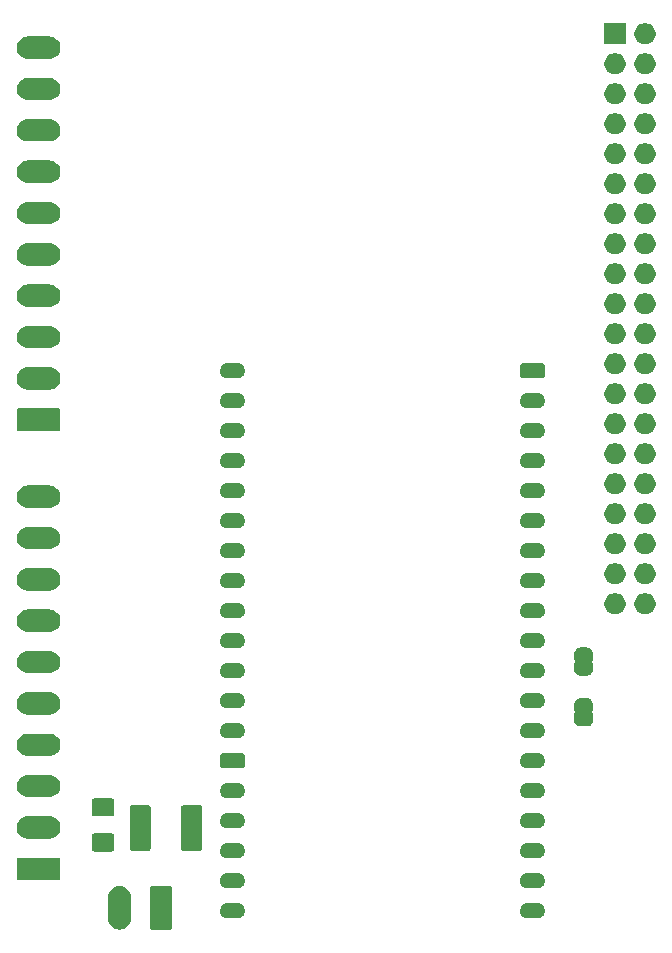
<source format=gbr>
G04 #@! TF.GenerationSoftware,KiCad,Pcbnew,5.1.5+dfsg1-2build2*
G04 #@! TF.CreationDate,2023-05-06T09:23:40+02:00*
G04 #@! TF.ProjectId,digital,64696769-7461-46c2-9e6b-696361645f70,rev?*
G04 #@! TF.SameCoordinates,Original*
G04 #@! TF.FileFunction,Soldermask,Top*
G04 #@! TF.FilePolarity,Negative*
%FSLAX46Y46*%
G04 Gerber Fmt 4.6, Leading zero omitted, Abs format (unit mm)*
G04 Created by KiCad (PCBNEW 5.1.5+dfsg1-2build2) date 2023-05-06 09:23:40*
%MOMM*%
%LPD*%
G04 APERTURE LIST*
%ADD10C,0.100000*%
G04 APERTURE END LIST*
D10*
G36*
X127252585Y-127796740D02*
G01*
X127252588Y-127796741D01*
X127252589Y-127796741D01*
X127431853Y-127851120D01*
X127431856Y-127851122D01*
X127431857Y-127851122D01*
X127597063Y-127939426D01*
X127741872Y-128058268D01*
X127860714Y-128203077D01*
X127949018Y-128368283D01*
X127949020Y-128368287D01*
X128003399Y-128547551D01*
X128003400Y-128547555D01*
X128017160Y-128687262D01*
X128017160Y-130580698D01*
X128003400Y-130720405D01*
X128003399Y-130720408D01*
X128003399Y-130720409D01*
X127949020Y-130899673D01*
X127949018Y-130899676D01*
X127949018Y-130899677D01*
X127860714Y-131064883D01*
X127741872Y-131209692D01*
X127597063Y-131328534D01*
X127449124Y-131407608D01*
X127431852Y-131416840D01*
X127252588Y-131471219D01*
X127252587Y-131471219D01*
X127252584Y-131471220D01*
X127066160Y-131489581D01*
X126879735Y-131471220D01*
X126879732Y-131471219D01*
X126879731Y-131471219D01*
X126700467Y-131416840D01*
X126682735Y-131407362D01*
X126535257Y-131328534D01*
X126390448Y-131209692D01*
X126271606Y-131064883D01*
X126183302Y-130899676D01*
X126183301Y-130899673D01*
X126183300Y-130899672D01*
X126128921Y-130720408D01*
X126128921Y-130720407D01*
X126128920Y-130720404D01*
X126115160Y-130580697D01*
X126115160Y-128687263D01*
X126128921Y-128547555D01*
X126128922Y-128547551D01*
X126183301Y-128368287D01*
X126183303Y-128368283D01*
X126271607Y-128203077D01*
X126390449Y-128058268D01*
X126535258Y-127939426D01*
X126700464Y-127851122D01*
X126700465Y-127851122D01*
X126700468Y-127851120D01*
X126879732Y-127796741D01*
X126879733Y-127796741D01*
X126879736Y-127796740D01*
X127066160Y-127778379D01*
X127252585Y-127796740D01*
G37*
G36*
X131377075Y-127786914D02*
G01*
X131409584Y-127796775D01*
X131439542Y-127812789D01*
X131465801Y-127834339D01*
X131487351Y-127860598D01*
X131503365Y-127890556D01*
X131513226Y-127923065D01*
X131517160Y-127963009D01*
X131517160Y-131304951D01*
X131513226Y-131344895D01*
X131503365Y-131377404D01*
X131487351Y-131407362D01*
X131465801Y-131433621D01*
X131439542Y-131455171D01*
X131409584Y-131471185D01*
X131377075Y-131481046D01*
X131337131Y-131484980D01*
X129795189Y-131484980D01*
X129755245Y-131481046D01*
X129722736Y-131471185D01*
X129692778Y-131455171D01*
X129666519Y-131433621D01*
X129644969Y-131407362D01*
X129628955Y-131377404D01*
X129619094Y-131344895D01*
X129615160Y-131304951D01*
X129615160Y-127963009D01*
X129619094Y-127923065D01*
X129628955Y-127890556D01*
X129644969Y-127860598D01*
X129666519Y-127834339D01*
X129692778Y-127812789D01*
X129722736Y-127796775D01*
X129755245Y-127786914D01*
X129795189Y-127782980D01*
X131337131Y-127782980D01*
X131377075Y-127786914D01*
G37*
G36*
X137091595Y-129235240D02*
G01*
X137155358Y-129241520D01*
X137246144Y-129269060D01*
X137278076Y-129278746D01*
X137391165Y-129339194D01*
X137490294Y-129420546D01*
X137571646Y-129519675D01*
X137632094Y-129632764D01*
X137632095Y-129632768D01*
X137669320Y-129755482D01*
X137681889Y-129883100D01*
X137669320Y-130010718D01*
X137641780Y-130101504D01*
X137632094Y-130133436D01*
X137571646Y-130246525D01*
X137490294Y-130345654D01*
X137391165Y-130427006D01*
X137278076Y-130487454D01*
X137246144Y-130497140D01*
X137155358Y-130524680D01*
X137091595Y-130530960D01*
X137059714Y-130534100D01*
X136195766Y-130534100D01*
X136163885Y-130530960D01*
X136100122Y-130524680D01*
X136009336Y-130497140D01*
X135977404Y-130487454D01*
X135864315Y-130427006D01*
X135765186Y-130345654D01*
X135683834Y-130246525D01*
X135623386Y-130133436D01*
X135613700Y-130101504D01*
X135586160Y-130010718D01*
X135573591Y-129883100D01*
X135586160Y-129755482D01*
X135623385Y-129632768D01*
X135623386Y-129632764D01*
X135683834Y-129519675D01*
X135765186Y-129420546D01*
X135864315Y-129339194D01*
X135977404Y-129278746D01*
X136009336Y-129269060D01*
X136100122Y-129241520D01*
X136163885Y-129235240D01*
X136195766Y-129232100D01*
X137059714Y-129232100D01*
X137091595Y-129235240D01*
G37*
G36*
X162483650Y-129232100D02*
G01*
X162551678Y-129238800D01*
X162642464Y-129266340D01*
X162674396Y-129276026D01*
X162787485Y-129336474D01*
X162886614Y-129417826D01*
X162967966Y-129516955D01*
X163028414Y-129630044D01*
X163028415Y-129630048D01*
X163065640Y-129752762D01*
X163078209Y-129880380D01*
X163065640Y-130007998D01*
X163038100Y-130098784D01*
X163028414Y-130130716D01*
X162967966Y-130243805D01*
X162886614Y-130342934D01*
X162787485Y-130424286D01*
X162674396Y-130484734D01*
X162642464Y-130494420D01*
X162551678Y-130521960D01*
X162487915Y-130528240D01*
X162456034Y-130531380D01*
X161592086Y-130531380D01*
X161560205Y-130528240D01*
X161496442Y-130521960D01*
X161405656Y-130494420D01*
X161373724Y-130484734D01*
X161260635Y-130424286D01*
X161161506Y-130342934D01*
X161080154Y-130243805D01*
X161019706Y-130130716D01*
X161010020Y-130098784D01*
X160982480Y-130007998D01*
X160969911Y-129880380D01*
X160982480Y-129752762D01*
X161019705Y-129630048D01*
X161019706Y-129630044D01*
X161080154Y-129516955D01*
X161161506Y-129417826D01*
X161260635Y-129336474D01*
X161373724Y-129276026D01*
X161405656Y-129266340D01*
X161496442Y-129238800D01*
X161564470Y-129232100D01*
X161592086Y-129229380D01*
X162456034Y-129229380D01*
X162483650Y-129232100D01*
G37*
G36*
X137091595Y-126695240D02*
G01*
X137155358Y-126701520D01*
X137246144Y-126729060D01*
X137278076Y-126738746D01*
X137391165Y-126799194D01*
X137490294Y-126880546D01*
X137571646Y-126979675D01*
X137632094Y-127092764D01*
X137639272Y-127116426D01*
X137669320Y-127215482D01*
X137681889Y-127343100D01*
X137669320Y-127470718D01*
X137641780Y-127561504D01*
X137632094Y-127593436D01*
X137571646Y-127706525D01*
X137490294Y-127805654D01*
X137391165Y-127887006D01*
X137278076Y-127947454D01*
X137246144Y-127957140D01*
X137155358Y-127984680D01*
X137091595Y-127990960D01*
X137059714Y-127994100D01*
X136195766Y-127994100D01*
X136163885Y-127990960D01*
X136100122Y-127984680D01*
X136009336Y-127957140D01*
X135977404Y-127947454D01*
X135864315Y-127887006D01*
X135765186Y-127805654D01*
X135683834Y-127706525D01*
X135623386Y-127593436D01*
X135613700Y-127561504D01*
X135586160Y-127470718D01*
X135573591Y-127343100D01*
X135586160Y-127215482D01*
X135616208Y-127116426D01*
X135623386Y-127092764D01*
X135683834Y-126979675D01*
X135765186Y-126880546D01*
X135864315Y-126799194D01*
X135977404Y-126738746D01*
X136009336Y-126729060D01*
X136100122Y-126701520D01*
X136163885Y-126695240D01*
X136195766Y-126692100D01*
X137059714Y-126692100D01*
X137091595Y-126695240D01*
G37*
G36*
X162483650Y-126692100D02*
G01*
X162551678Y-126698800D01*
X162642464Y-126726340D01*
X162674396Y-126736026D01*
X162787485Y-126796474D01*
X162886614Y-126877826D01*
X162967966Y-126976955D01*
X163028414Y-127090044D01*
X163036417Y-127116426D01*
X163065640Y-127212762D01*
X163078209Y-127340380D01*
X163065640Y-127467998D01*
X163038100Y-127558784D01*
X163028414Y-127590716D01*
X162967966Y-127703805D01*
X162886614Y-127802934D01*
X162787485Y-127884286D01*
X162674396Y-127944734D01*
X162642464Y-127954420D01*
X162551678Y-127981960D01*
X162487915Y-127988240D01*
X162456034Y-127991380D01*
X161592086Y-127991380D01*
X161560205Y-127988240D01*
X161496442Y-127981960D01*
X161405656Y-127954420D01*
X161373724Y-127944734D01*
X161260635Y-127884286D01*
X161161506Y-127802934D01*
X161080154Y-127703805D01*
X161019706Y-127590716D01*
X161010020Y-127558784D01*
X160982480Y-127467998D01*
X160969911Y-127340380D01*
X160982480Y-127212762D01*
X161011703Y-127116426D01*
X161019706Y-127090044D01*
X161080154Y-126976955D01*
X161161506Y-126877826D01*
X161260635Y-126796474D01*
X161373724Y-126736026D01*
X161405656Y-126726340D01*
X161496442Y-126698800D01*
X161564470Y-126692100D01*
X161592086Y-126689380D01*
X162456034Y-126689380D01*
X162483650Y-126692100D01*
G37*
G36*
X121922415Y-125381434D02*
G01*
X121954924Y-125391295D01*
X121984882Y-125407309D01*
X122011141Y-125428859D01*
X122032691Y-125455118D01*
X122048705Y-125485076D01*
X122058566Y-125517585D01*
X122062500Y-125557529D01*
X122062500Y-127099471D01*
X122058566Y-127139415D01*
X122048705Y-127171924D01*
X122032691Y-127201882D01*
X122011141Y-127228141D01*
X121984882Y-127249691D01*
X121954924Y-127265705D01*
X121922415Y-127275566D01*
X121882471Y-127279500D01*
X118540529Y-127279500D01*
X118500585Y-127275566D01*
X118468076Y-127265705D01*
X118438118Y-127249691D01*
X118411859Y-127228141D01*
X118390309Y-127201882D01*
X118374295Y-127171924D01*
X118364434Y-127139415D01*
X118360500Y-127099471D01*
X118360500Y-125557529D01*
X118364434Y-125517585D01*
X118374295Y-125485076D01*
X118390309Y-125455118D01*
X118411859Y-125428859D01*
X118438118Y-125407309D01*
X118468076Y-125391295D01*
X118500585Y-125381434D01*
X118540529Y-125377500D01*
X121882471Y-125377500D01*
X121922415Y-125381434D01*
G37*
G36*
X137091595Y-124155240D02*
G01*
X137155358Y-124161520D01*
X137246144Y-124189060D01*
X137278076Y-124198746D01*
X137391165Y-124259194D01*
X137490294Y-124340546D01*
X137571646Y-124439675D01*
X137632094Y-124552764D01*
X137632095Y-124552768D01*
X137669320Y-124675482D01*
X137681889Y-124803100D01*
X137669320Y-124930718D01*
X137641780Y-125021504D01*
X137632094Y-125053436D01*
X137571646Y-125166525D01*
X137490294Y-125265654D01*
X137391165Y-125347006D01*
X137278076Y-125407454D01*
X137246144Y-125417140D01*
X137155358Y-125444680D01*
X137091595Y-125450960D01*
X137059714Y-125454100D01*
X136195766Y-125454100D01*
X136163885Y-125450960D01*
X136100122Y-125444680D01*
X136009336Y-125417140D01*
X135977404Y-125407454D01*
X135864315Y-125347006D01*
X135765186Y-125265654D01*
X135683834Y-125166525D01*
X135623386Y-125053436D01*
X135613700Y-125021504D01*
X135586160Y-124930718D01*
X135573591Y-124803100D01*
X135586160Y-124675482D01*
X135623385Y-124552768D01*
X135623386Y-124552764D01*
X135683834Y-124439675D01*
X135765186Y-124340546D01*
X135864315Y-124259194D01*
X135977404Y-124198746D01*
X136009336Y-124189060D01*
X136100122Y-124161520D01*
X136163885Y-124155240D01*
X136195766Y-124152100D01*
X137059714Y-124152100D01*
X137091595Y-124155240D01*
G37*
G36*
X162491595Y-124155240D02*
G01*
X162555358Y-124161520D01*
X162646144Y-124189060D01*
X162678076Y-124198746D01*
X162791165Y-124259194D01*
X162890294Y-124340546D01*
X162971646Y-124439675D01*
X163032094Y-124552764D01*
X163032095Y-124552768D01*
X163069320Y-124675482D01*
X163081889Y-124803100D01*
X163069320Y-124930718D01*
X163041780Y-125021504D01*
X163032094Y-125053436D01*
X162971646Y-125166525D01*
X162890294Y-125265654D01*
X162791165Y-125347006D01*
X162678076Y-125407454D01*
X162646144Y-125417140D01*
X162555358Y-125444680D01*
X162491595Y-125450960D01*
X162459714Y-125454100D01*
X161595766Y-125454100D01*
X161563885Y-125450960D01*
X161500122Y-125444680D01*
X161409336Y-125417140D01*
X161377404Y-125407454D01*
X161264315Y-125347006D01*
X161165186Y-125265654D01*
X161083834Y-125166525D01*
X161023386Y-125053436D01*
X161013700Y-125021504D01*
X160986160Y-124930718D01*
X160973591Y-124803100D01*
X160986160Y-124675482D01*
X161023385Y-124552768D01*
X161023386Y-124552764D01*
X161083834Y-124439675D01*
X161165186Y-124340546D01*
X161264315Y-124259194D01*
X161377404Y-124198746D01*
X161409336Y-124189060D01*
X161500122Y-124161520D01*
X161563885Y-124155240D01*
X161595766Y-124152100D01*
X162459714Y-124152100D01*
X162491595Y-124155240D01*
G37*
G36*
X126442062Y-123346681D02*
G01*
X126476981Y-123357274D01*
X126509163Y-123374476D01*
X126537373Y-123397627D01*
X126560524Y-123425837D01*
X126577726Y-123458019D01*
X126588319Y-123492938D01*
X126592500Y-123535395D01*
X126592500Y-124676605D01*
X126588319Y-124719062D01*
X126577726Y-124753981D01*
X126560524Y-124786163D01*
X126537373Y-124814373D01*
X126509163Y-124837524D01*
X126476981Y-124854726D01*
X126442062Y-124865319D01*
X126399605Y-124869500D01*
X124933395Y-124869500D01*
X124890938Y-124865319D01*
X124856019Y-124854726D01*
X124823837Y-124837524D01*
X124795627Y-124814373D01*
X124772476Y-124786163D01*
X124755274Y-124753981D01*
X124744681Y-124719062D01*
X124740500Y-124676605D01*
X124740500Y-123535395D01*
X124744681Y-123492938D01*
X124755274Y-123458019D01*
X124772476Y-123425837D01*
X124795627Y-123397627D01*
X124823837Y-123374476D01*
X124856019Y-123357274D01*
X124890938Y-123346681D01*
X124933395Y-123342500D01*
X126399605Y-123342500D01*
X126442062Y-123346681D01*
G37*
G36*
X129558478Y-120950504D02*
G01*
X129591672Y-120960573D01*
X129622259Y-120976922D01*
X129649072Y-120998928D01*
X129671078Y-121025741D01*
X129687427Y-121056328D01*
X129697496Y-121089522D01*
X129701500Y-121130178D01*
X129701500Y-124614822D01*
X129697496Y-124655478D01*
X129687427Y-124688672D01*
X129671078Y-124719259D01*
X129649072Y-124746072D01*
X129622259Y-124768078D01*
X129591672Y-124784427D01*
X129558478Y-124794496D01*
X129517822Y-124798500D01*
X128108178Y-124798500D01*
X128067522Y-124794496D01*
X128034328Y-124784427D01*
X128003741Y-124768078D01*
X127976928Y-124746072D01*
X127954922Y-124719259D01*
X127938573Y-124688672D01*
X127928504Y-124655478D01*
X127924500Y-124614822D01*
X127924500Y-121130178D01*
X127928504Y-121089522D01*
X127938573Y-121056328D01*
X127954922Y-121025741D01*
X127976928Y-120998928D01*
X128003741Y-120976922D01*
X128034328Y-120960573D01*
X128067522Y-120950504D01*
X128108178Y-120946500D01*
X129517822Y-120946500D01*
X129558478Y-120950504D01*
G37*
G36*
X133933478Y-120950504D02*
G01*
X133966672Y-120960573D01*
X133997259Y-120976922D01*
X134024072Y-120998928D01*
X134046078Y-121025741D01*
X134062427Y-121056328D01*
X134072496Y-121089522D01*
X134076500Y-121130178D01*
X134076500Y-124614822D01*
X134072496Y-124655478D01*
X134062427Y-124688672D01*
X134046078Y-124719259D01*
X134024072Y-124746072D01*
X133997259Y-124768078D01*
X133966672Y-124784427D01*
X133933478Y-124794496D01*
X133892822Y-124798500D01*
X132483178Y-124798500D01*
X132442522Y-124794496D01*
X132409328Y-124784427D01*
X132378741Y-124768078D01*
X132351928Y-124746072D01*
X132329922Y-124719259D01*
X132313573Y-124688672D01*
X132303504Y-124655478D01*
X132299500Y-124614822D01*
X132299500Y-121130178D01*
X132303504Y-121089522D01*
X132313573Y-121056328D01*
X132329922Y-121025741D01*
X132351928Y-120998928D01*
X132378741Y-120976922D01*
X132409328Y-120960573D01*
X132442522Y-120950504D01*
X132483178Y-120946500D01*
X133892822Y-120946500D01*
X133933478Y-120950504D01*
G37*
G36*
X121297925Y-121891260D02*
G01*
X121297928Y-121891261D01*
X121297929Y-121891261D01*
X121477193Y-121945640D01*
X121477196Y-121945642D01*
X121477197Y-121945642D01*
X121642403Y-122033946D01*
X121787212Y-122152788D01*
X121906054Y-122297597D01*
X121994358Y-122462803D01*
X121994360Y-122462807D01*
X122044023Y-122626525D01*
X122048740Y-122642075D01*
X122067101Y-122828500D01*
X122048740Y-123014925D01*
X122048739Y-123014928D01*
X122048739Y-123014929D01*
X121994360Y-123194193D01*
X121994358Y-123194196D01*
X121994358Y-123194197D01*
X121906054Y-123359403D01*
X121787212Y-123504212D01*
X121642403Y-123623054D01*
X121477197Y-123711358D01*
X121477193Y-123711360D01*
X121297929Y-123765739D01*
X121297928Y-123765739D01*
X121297925Y-123765740D01*
X121158218Y-123779500D01*
X119264782Y-123779500D01*
X119125075Y-123765740D01*
X119125072Y-123765739D01*
X119125071Y-123765739D01*
X118945807Y-123711360D01*
X118945803Y-123711358D01*
X118780597Y-123623054D01*
X118635788Y-123504212D01*
X118516946Y-123359403D01*
X118428642Y-123194197D01*
X118428642Y-123194196D01*
X118428640Y-123194193D01*
X118374261Y-123014929D01*
X118374261Y-123014928D01*
X118374260Y-123014925D01*
X118355899Y-122828500D01*
X118374260Y-122642075D01*
X118378977Y-122626525D01*
X118428640Y-122462807D01*
X118428642Y-122462803D01*
X118516946Y-122297597D01*
X118635788Y-122152788D01*
X118780597Y-122033946D01*
X118945803Y-121945642D01*
X118945804Y-121945642D01*
X118945807Y-121945640D01*
X119125071Y-121891261D01*
X119125072Y-121891261D01*
X119125075Y-121891260D01*
X119264782Y-121877500D01*
X121158218Y-121877500D01*
X121297925Y-121891260D01*
G37*
G36*
X162491595Y-121615240D02*
G01*
X162555358Y-121621520D01*
X162646144Y-121649060D01*
X162678076Y-121658746D01*
X162791165Y-121719194D01*
X162890294Y-121800546D01*
X162971646Y-121899675D01*
X163032094Y-122012764D01*
X163032095Y-122012768D01*
X163069320Y-122135482D01*
X163081889Y-122263100D01*
X163069320Y-122390718D01*
X163047453Y-122462803D01*
X163032094Y-122513436D01*
X162971646Y-122626525D01*
X162890294Y-122725654D01*
X162791165Y-122807006D01*
X162678076Y-122867454D01*
X162646144Y-122877140D01*
X162555358Y-122904680D01*
X162491595Y-122910960D01*
X162459714Y-122914100D01*
X161595766Y-122914100D01*
X161563885Y-122910960D01*
X161500122Y-122904680D01*
X161409336Y-122877140D01*
X161377404Y-122867454D01*
X161264315Y-122807006D01*
X161165186Y-122725654D01*
X161083834Y-122626525D01*
X161023386Y-122513436D01*
X161008027Y-122462803D01*
X160986160Y-122390718D01*
X160973591Y-122263100D01*
X160986160Y-122135482D01*
X161023385Y-122012768D01*
X161023386Y-122012764D01*
X161083834Y-121899675D01*
X161165186Y-121800546D01*
X161264315Y-121719194D01*
X161377404Y-121658746D01*
X161409336Y-121649060D01*
X161500122Y-121621520D01*
X161563885Y-121615240D01*
X161595766Y-121612100D01*
X162459714Y-121612100D01*
X162491595Y-121615240D01*
G37*
G36*
X137091595Y-121615240D02*
G01*
X137155358Y-121621520D01*
X137246144Y-121649060D01*
X137278076Y-121658746D01*
X137391165Y-121719194D01*
X137490294Y-121800546D01*
X137571646Y-121899675D01*
X137632094Y-122012764D01*
X137632095Y-122012768D01*
X137669320Y-122135482D01*
X137681889Y-122263100D01*
X137669320Y-122390718D01*
X137647453Y-122462803D01*
X137632094Y-122513436D01*
X137571646Y-122626525D01*
X137490294Y-122725654D01*
X137391165Y-122807006D01*
X137278076Y-122867454D01*
X137246144Y-122877140D01*
X137155358Y-122904680D01*
X137091595Y-122910960D01*
X137059714Y-122914100D01*
X136195766Y-122914100D01*
X136163885Y-122910960D01*
X136100122Y-122904680D01*
X136009336Y-122877140D01*
X135977404Y-122867454D01*
X135864315Y-122807006D01*
X135765186Y-122725654D01*
X135683834Y-122626525D01*
X135623386Y-122513436D01*
X135608027Y-122462803D01*
X135586160Y-122390718D01*
X135573591Y-122263100D01*
X135586160Y-122135482D01*
X135623385Y-122012768D01*
X135623386Y-122012764D01*
X135683834Y-121899675D01*
X135765186Y-121800546D01*
X135864315Y-121719194D01*
X135977404Y-121658746D01*
X136009336Y-121649060D01*
X136100122Y-121621520D01*
X136163885Y-121615240D01*
X136195766Y-121612100D01*
X137059714Y-121612100D01*
X137091595Y-121615240D01*
G37*
G36*
X126442062Y-120371681D02*
G01*
X126476981Y-120382274D01*
X126509163Y-120399476D01*
X126537373Y-120422627D01*
X126560524Y-120450837D01*
X126577726Y-120483019D01*
X126588319Y-120517938D01*
X126592500Y-120560395D01*
X126592500Y-121701605D01*
X126588319Y-121744062D01*
X126577726Y-121778981D01*
X126560524Y-121811163D01*
X126537373Y-121839373D01*
X126509163Y-121862524D01*
X126476981Y-121879726D01*
X126442062Y-121890319D01*
X126399605Y-121894500D01*
X124933395Y-121894500D01*
X124890938Y-121890319D01*
X124856019Y-121879726D01*
X124823837Y-121862524D01*
X124795627Y-121839373D01*
X124772476Y-121811163D01*
X124755274Y-121778981D01*
X124744681Y-121744062D01*
X124740500Y-121701605D01*
X124740500Y-120560395D01*
X124744681Y-120517938D01*
X124755274Y-120483019D01*
X124772476Y-120450837D01*
X124795627Y-120422627D01*
X124823837Y-120399476D01*
X124856019Y-120382274D01*
X124890938Y-120371681D01*
X124933395Y-120367500D01*
X126399605Y-120367500D01*
X126442062Y-120371681D01*
G37*
G36*
X137091595Y-119075240D02*
G01*
X137155358Y-119081520D01*
X137246144Y-119109060D01*
X137278076Y-119118746D01*
X137391165Y-119179194D01*
X137490294Y-119260546D01*
X137571646Y-119359675D01*
X137632094Y-119472764D01*
X137632095Y-119472768D01*
X137669320Y-119595482D01*
X137681889Y-119723100D01*
X137669320Y-119850718D01*
X137666685Y-119859403D01*
X137632094Y-119973436D01*
X137571646Y-120086525D01*
X137490294Y-120185654D01*
X137391165Y-120267006D01*
X137278076Y-120327454D01*
X137246144Y-120337140D01*
X137155358Y-120364680D01*
X137091595Y-120370960D01*
X137059714Y-120374100D01*
X136195766Y-120374100D01*
X136163885Y-120370960D01*
X136100122Y-120364680D01*
X136009336Y-120337140D01*
X135977404Y-120327454D01*
X135864315Y-120267006D01*
X135765186Y-120185654D01*
X135683834Y-120086525D01*
X135623386Y-119973436D01*
X135588795Y-119859403D01*
X135586160Y-119850718D01*
X135573591Y-119723100D01*
X135586160Y-119595482D01*
X135623385Y-119472768D01*
X135623386Y-119472764D01*
X135683834Y-119359675D01*
X135765186Y-119260546D01*
X135864315Y-119179194D01*
X135977404Y-119118746D01*
X136009336Y-119109060D01*
X136100122Y-119081520D01*
X136163885Y-119075240D01*
X136195766Y-119072100D01*
X137059714Y-119072100D01*
X137091595Y-119075240D01*
G37*
G36*
X162491595Y-119075240D02*
G01*
X162555358Y-119081520D01*
X162646144Y-119109060D01*
X162678076Y-119118746D01*
X162791165Y-119179194D01*
X162890294Y-119260546D01*
X162971646Y-119359675D01*
X163032094Y-119472764D01*
X163032095Y-119472768D01*
X163069320Y-119595482D01*
X163081889Y-119723100D01*
X163069320Y-119850718D01*
X163066685Y-119859403D01*
X163032094Y-119973436D01*
X162971646Y-120086525D01*
X162890294Y-120185654D01*
X162791165Y-120267006D01*
X162678076Y-120327454D01*
X162646144Y-120337140D01*
X162555358Y-120364680D01*
X162491595Y-120370960D01*
X162459714Y-120374100D01*
X161595766Y-120374100D01*
X161563885Y-120370960D01*
X161500122Y-120364680D01*
X161409336Y-120337140D01*
X161377404Y-120327454D01*
X161264315Y-120267006D01*
X161165186Y-120185654D01*
X161083834Y-120086525D01*
X161023386Y-119973436D01*
X160988795Y-119859403D01*
X160986160Y-119850718D01*
X160973591Y-119723100D01*
X160986160Y-119595482D01*
X161023385Y-119472768D01*
X161023386Y-119472764D01*
X161083834Y-119359675D01*
X161165186Y-119260546D01*
X161264315Y-119179194D01*
X161377404Y-119118746D01*
X161409336Y-119109060D01*
X161500122Y-119081520D01*
X161563885Y-119075240D01*
X161595766Y-119072100D01*
X162459714Y-119072100D01*
X162491595Y-119075240D01*
G37*
G36*
X121297925Y-118391260D02*
G01*
X121297928Y-118391261D01*
X121297929Y-118391261D01*
X121477193Y-118445640D01*
X121477196Y-118445642D01*
X121477197Y-118445642D01*
X121642403Y-118533946D01*
X121787212Y-118652788D01*
X121906054Y-118797597D01*
X121994358Y-118962803D01*
X121994360Y-118962807D01*
X122030371Y-119081520D01*
X122048740Y-119142075D01*
X122067101Y-119328500D01*
X122048740Y-119514925D01*
X122048739Y-119514928D01*
X122048739Y-119514929D01*
X121994360Y-119694193D01*
X121994358Y-119694196D01*
X121994358Y-119694197D01*
X121906054Y-119859403D01*
X121787212Y-120004212D01*
X121642403Y-120123054D01*
X121477197Y-120211358D01*
X121477193Y-120211360D01*
X121297929Y-120265739D01*
X121297928Y-120265739D01*
X121297925Y-120265740D01*
X121158218Y-120279500D01*
X119264782Y-120279500D01*
X119125075Y-120265740D01*
X119125072Y-120265739D01*
X119125071Y-120265739D01*
X118945807Y-120211360D01*
X118945803Y-120211358D01*
X118780597Y-120123054D01*
X118635788Y-120004212D01*
X118516946Y-119859403D01*
X118428642Y-119694197D01*
X118428642Y-119694196D01*
X118428640Y-119694193D01*
X118374261Y-119514929D01*
X118374261Y-119514928D01*
X118374260Y-119514925D01*
X118355899Y-119328500D01*
X118374260Y-119142075D01*
X118392629Y-119081520D01*
X118428640Y-118962807D01*
X118428642Y-118962803D01*
X118516946Y-118797597D01*
X118635788Y-118652788D01*
X118780597Y-118533946D01*
X118945803Y-118445642D01*
X118945804Y-118445642D01*
X118945807Y-118445640D01*
X119125071Y-118391261D01*
X119125072Y-118391261D01*
X119125075Y-118391260D01*
X119264782Y-118377500D01*
X121158218Y-118377500D01*
X121297925Y-118391260D01*
G37*
G36*
X162491595Y-116535240D02*
G01*
X162555358Y-116541520D01*
X162646144Y-116569060D01*
X162678076Y-116578746D01*
X162791165Y-116639194D01*
X162890294Y-116720546D01*
X162971646Y-116819675D01*
X163032094Y-116932764D01*
X163032095Y-116932768D01*
X163069320Y-117055482D01*
X163081889Y-117183100D01*
X163069320Y-117310718D01*
X163041780Y-117401504D01*
X163032094Y-117433436D01*
X162971646Y-117546525D01*
X162890294Y-117645654D01*
X162791165Y-117727006D01*
X162678076Y-117787454D01*
X162672076Y-117789274D01*
X162555358Y-117824680D01*
X162491595Y-117830960D01*
X162459714Y-117834100D01*
X161595766Y-117834100D01*
X161563885Y-117830960D01*
X161500122Y-117824680D01*
X161383404Y-117789274D01*
X161377404Y-117787454D01*
X161264315Y-117727006D01*
X161165186Y-117645654D01*
X161083834Y-117546525D01*
X161023386Y-117433436D01*
X161013700Y-117401504D01*
X160986160Y-117310718D01*
X160973591Y-117183100D01*
X160986160Y-117055482D01*
X161023385Y-116932768D01*
X161023386Y-116932764D01*
X161083834Y-116819675D01*
X161165186Y-116720546D01*
X161264315Y-116639194D01*
X161377404Y-116578746D01*
X161409336Y-116569060D01*
X161500122Y-116541520D01*
X161563885Y-116535240D01*
X161595766Y-116532100D01*
X162459714Y-116532100D01*
X162491595Y-116535240D01*
G37*
G36*
X137466932Y-116537746D02*
G01*
X137516154Y-116552678D01*
X137561518Y-116576926D01*
X137601282Y-116609558D01*
X137633914Y-116649322D01*
X137658162Y-116694686D01*
X137673094Y-116743908D01*
X137678740Y-116801240D01*
X137678740Y-117564960D01*
X137673094Y-117622292D01*
X137658162Y-117671514D01*
X137633914Y-117716878D01*
X137601282Y-117756642D01*
X137561518Y-117789274D01*
X137516154Y-117813522D01*
X137466932Y-117828454D01*
X137409600Y-117834100D01*
X135845880Y-117834100D01*
X135788548Y-117828454D01*
X135739326Y-117813522D01*
X135693962Y-117789274D01*
X135654198Y-117756642D01*
X135621566Y-117716878D01*
X135597318Y-117671514D01*
X135582386Y-117622292D01*
X135576740Y-117564960D01*
X135576740Y-116801240D01*
X135582386Y-116743908D01*
X135597318Y-116694686D01*
X135621566Y-116649322D01*
X135654198Y-116609558D01*
X135693962Y-116576926D01*
X135739326Y-116552678D01*
X135788548Y-116537746D01*
X135845880Y-116532100D01*
X137409600Y-116532100D01*
X137466932Y-116537746D01*
G37*
G36*
X121297925Y-114891260D02*
G01*
X121297928Y-114891261D01*
X121297929Y-114891261D01*
X121477193Y-114945640D01*
X121477196Y-114945642D01*
X121477197Y-114945642D01*
X121642403Y-115033946D01*
X121787212Y-115152788D01*
X121906054Y-115297597D01*
X121994358Y-115462803D01*
X121994360Y-115462807D01*
X122048739Y-115642071D01*
X122048740Y-115642075D01*
X122067101Y-115828500D01*
X122048740Y-116014925D01*
X122048739Y-116014928D01*
X122048739Y-116014929D01*
X121994360Y-116194193D01*
X121994358Y-116194196D01*
X121994358Y-116194197D01*
X121906054Y-116359403D01*
X121787212Y-116504212D01*
X121642403Y-116623054D01*
X121508388Y-116694686D01*
X121477193Y-116711360D01*
X121297929Y-116765739D01*
X121297928Y-116765739D01*
X121297925Y-116765740D01*
X121158218Y-116779500D01*
X119264782Y-116779500D01*
X119125075Y-116765740D01*
X119125072Y-116765739D01*
X119125071Y-116765739D01*
X118945807Y-116711360D01*
X118914612Y-116694686D01*
X118780597Y-116623054D01*
X118635788Y-116504212D01*
X118516946Y-116359403D01*
X118428642Y-116194197D01*
X118428642Y-116194196D01*
X118428640Y-116194193D01*
X118374261Y-116014929D01*
X118374261Y-116014928D01*
X118374260Y-116014925D01*
X118355899Y-115828500D01*
X118374260Y-115642075D01*
X118374261Y-115642071D01*
X118428640Y-115462807D01*
X118428642Y-115462803D01*
X118516946Y-115297597D01*
X118635788Y-115152788D01*
X118780597Y-115033946D01*
X118945803Y-114945642D01*
X118945804Y-114945642D01*
X118945807Y-114945640D01*
X119125071Y-114891261D01*
X119125072Y-114891261D01*
X119125075Y-114891260D01*
X119264782Y-114877500D01*
X121158218Y-114877500D01*
X121297925Y-114891260D01*
G37*
G36*
X162491595Y-113995240D02*
G01*
X162555358Y-114001520D01*
X162646144Y-114029060D01*
X162678076Y-114038746D01*
X162791165Y-114099194D01*
X162890294Y-114180546D01*
X162971646Y-114279675D01*
X163032094Y-114392764D01*
X163032095Y-114392768D01*
X163069320Y-114515482D01*
X163081889Y-114643100D01*
X163069320Y-114770718D01*
X163041780Y-114861504D01*
X163032094Y-114893436D01*
X162971646Y-115006525D01*
X162890294Y-115105654D01*
X162791165Y-115187006D01*
X162678076Y-115247454D01*
X162646144Y-115257140D01*
X162555358Y-115284680D01*
X162491595Y-115290960D01*
X162459714Y-115294100D01*
X161595766Y-115294100D01*
X161563885Y-115290960D01*
X161500122Y-115284680D01*
X161409336Y-115257140D01*
X161377404Y-115247454D01*
X161264315Y-115187006D01*
X161165186Y-115105654D01*
X161083834Y-115006525D01*
X161023386Y-114893436D01*
X161013700Y-114861504D01*
X160986160Y-114770718D01*
X160973591Y-114643100D01*
X160986160Y-114515482D01*
X161023385Y-114392768D01*
X161023386Y-114392764D01*
X161083834Y-114279675D01*
X161165186Y-114180546D01*
X161264315Y-114099194D01*
X161377404Y-114038746D01*
X161409336Y-114029060D01*
X161500122Y-114001520D01*
X161563885Y-113995240D01*
X161595766Y-113992100D01*
X162459714Y-113992100D01*
X162491595Y-113995240D01*
G37*
G36*
X137091595Y-113995240D02*
G01*
X137155358Y-114001520D01*
X137246144Y-114029060D01*
X137278076Y-114038746D01*
X137391165Y-114099194D01*
X137490294Y-114180546D01*
X137571646Y-114279675D01*
X137632094Y-114392764D01*
X137632095Y-114392768D01*
X137669320Y-114515482D01*
X137681889Y-114643100D01*
X137669320Y-114770718D01*
X137641780Y-114861504D01*
X137632094Y-114893436D01*
X137571646Y-115006525D01*
X137490294Y-115105654D01*
X137391165Y-115187006D01*
X137278076Y-115247454D01*
X137246144Y-115257140D01*
X137155358Y-115284680D01*
X137091595Y-115290960D01*
X137059714Y-115294100D01*
X136195766Y-115294100D01*
X136163885Y-115290960D01*
X136100122Y-115284680D01*
X136009336Y-115257140D01*
X135977404Y-115247454D01*
X135864315Y-115187006D01*
X135765186Y-115105654D01*
X135683834Y-115006525D01*
X135623386Y-114893436D01*
X135613700Y-114861504D01*
X135586160Y-114770718D01*
X135573591Y-114643100D01*
X135586160Y-114515482D01*
X135623385Y-114392768D01*
X135623386Y-114392764D01*
X135683834Y-114279675D01*
X135765186Y-114180546D01*
X135864315Y-114099194D01*
X135977404Y-114038746D01*
X136009336Y-114029060D01*
X136100122Y-114001520D01*
X136163885Y-113995240D01*
X136195766Y-113992100D01*
X137059714Y-113992100D01*
X137091595Y-113995240D01*
G37*
G36*
X166623699Y-111878454D02*
G01*
X166635950Y-111879056D01*
X166654369Y-111879056D01*
X166676649Y-111881250D01*
X166760733Y-111897976D01*
X166782160Y-111904476D01*
X166861358Y-111937280D01*
X166866803Y-111940191D01*
X166866809Y-111940193D01*
X166875669Y-111944929D01*
X166875673Y-111944932D01*
X166881114Y-111947840D01*
X166952399Y-111995471D01*
X166969704Y-112009672D01*
X167030328Y-112070296D01*
X167044529Y-112087601D01*
X167092160Y-112158886D01*
X167095068Y-112164327D01*
X167095071Y-112164331D01*
X167099807Y-112173191D01*
X167099809Y-112173197D01*
X167102720Y-112178642D01*
X167135524Y-112257840D01*
X167142024Y-112279267D01*
X167158750Y-112363351D01*
X167160944Y-112385631D01*
X167160944Y-112404050D01*
X167161546Y-112416301D01*
X167163352Y-112434639D01*
X167163352Y-112922360D01*
X167161763Y-112938499D01*
X167158848Y-112948108D01*
X167154110Y-112956972D01*
X167147737Y-112964737D01*
X167135294Y-112974948D01*
X167124925Y-112981878D01*
X167107598Y-112999205D01*
X167093985Y-113019580D01*
X167084609Y-113042220D01*
X167079829Y-113066253D01*
X167079830Y-113090757D01*
X167084612Y-113114790D01*
X167093990Y-113137429D01*
X167107605Y-113157802D01*
X167124932Y-113175129D01*
X167135302Y-113182058D01*
X167147737Y-113192263D01*
X167154110Y-113200028D01*
X167158848Y-113208892D01*
X167161763Y-113218501D01*
X167163352Y-113234640D01*
X167163352Y-113722362D01*
X167161546Y-113740699D01*
X167160944Y-113752950D01*
X167160944Y-113771369D01*
X167158750Y-113793649D01*
X167142024Y-113877733D01*
X167135524Y-113899160D01*
X167102720Y-113978358D01*
X167099809Y-113983803D01*
X167099807Y-113983809D01*
X167095071Y-113992669D01*
X167095068Y-113992673D01*
X167092160Y-113998114D01*
X167044529Y-114069399D01*
X167030328Y-114086704D01*
X166969704Y-114147328D01*
X166952399Y-114161529D01*
X166881114Y-114209160D01*
X166875673Y-114212068D01*
X166875669Y-114212071D01*
X166866809Y-114216807D01*
X166866803Y-114216809D01*
X166861358Y-114219720D01*
X166782160Y-114252524D01*
X166760733Y-114259024D01*
X166676649Y-114275750D01*
X166654369Y-114277944D01*
X166635950Y-114277944D01*
X166623699Y-114278546D01*
X166605362Y-114280352D01*
X166117638Y-114280352D01*
X166099301Y-114278546D01*
X166087050Y-114277944D01*
X166068631Y-114277944D01*
X166046351Y-114275750D01*
X165962267Y-114259024D01*
X165940840Y-114252524D01*
X165861642Y-114219720D01*
X165856197Y-114216809D01*
X165856191Y-114216807D01*
X165847331Y-114212071D01*
X165847327Y-114212068D01*
X165841886Y-114209160D01*
X165770601Y-114161529D01*
X165753296Y-114147328D01*
X165692672Y-114086704D01*
X165678471Y-114069399D01*
X165630840Y-113998114D01*
X165627932Y-113992673D01*
X165627929Y-113992669D01*
X165623193Y-113983809D01*
X165623191Y-113983803D01*
X165620280Y-113978358D01*
X165587476Y-113899160D01*
X165580976Y-113877733D01*
X165564250Y-113793649D01*
X165562056Y-113771369D01*
X165562056Y-113752950D01*
X165561454Y-113740699D01*
X165559648Y-113722362D01*
X165559648Y-113234640D01*
X165561237Y-113218501D01*
X165564152Y-113208892D01*
X165568890Y-113200028D01*
X165575263Y-113192263D01*
X165587706Y-113182052D01*
X165598075Y-113175122D01*
X165615402Y-113157795D01*
X165629015Y-113137420D01*
X165638391Y-113114780D01*
X165643171Y-113090747D01*
X165643170Y-113066243D01*
X165638388Y-113042210D01*
X165629010Y-113019571D01*
X165615395Y-112999198D01*
X165598068Y-112981871D01*
X165587698Y-112974942D01*
X165575263Y-112964737D01*
X165568890Y-112956972D01*
X165564152Y-112948108D01*
X165561237Y-112938499D01*
X165559648Y-112922360D01*
X165559648Y-112434639D01*
X165561454Y-112416301D01*
X165562056Y-112404050D01*
X165562056Y-112385631D01*
X165564250Y-112363351D01*
X165580976Y-112279267D01*
X165587476Y-112257840D01*
X165620280Y-112178642D01*
X165623191Y-112173197D01*
X165623193Y-112173191D01*
X165627929Y-112164331D01*
X165627932Y-112164327D01*
X165630840Y-112158886D01*
X165678471Y-112087601D01*
X165692672Y-112070296D01*
X165753296Y-112009672D01*
X165770601Y-111995471D01*
X165841886Y-111947840D01*
X165847327Y-111944932D01*
X165847331Y-111944929D01*
X165856191Y-111940193D01*
X165856197Y-111940191D01*
X165861642Y-111937280D01*
X165940840Y-111904476D01*
X165962267Y-111897976D01*
X166046351Y-111881250D01*
X166068631Y-111879056D01*
X166087050Y-111879056D01*
X166099301Y-111878454D01*
X166117639Y-111876648D01*
X166605361Y-111876648D01*
X166623699Y-111878454D01*
G37*
G36*
X121297925Y-111391260D02*
G01*
X121297928Y-111391261D01*
X121297929Y-111391261D01*
X121477193Y-111445640D01*
X121477196Y-111445642D01*
X121477197Y-111445642D01*
X121642403Y-111533946D01*
X121787212Y-111652788D01*
X121906054Y-111797597D01*
X121982273Y-111940193D01*
X121994360Y-111962807D01*
X122036917Y-112103100D01*
X122048740Y-112142075D01*
X122067101Y-112328500D01*
X122048740Y-112514925D01*
X122048739Y-112514928D01*
X122048739Y-112514929D01*
X121994360Y-112694193D01*
X121994358Y-112694196D01*
X121994358Y-112694197D01*
X121906054Y-112859403D01*
X121787212Y-113004212D01*
X121642403Y-113123054D01*
X121477197Y-113211358D01*
X121477193Y-113211360D01*
X121297929Y-113265739D01*
X121297928Y-113265739D01*
X121297925Y-113265740D01*
X121158218Y-113279500D01*
X119264782Y-113279500D01*
X119125075Y-113265740D01*
X119125072Y-113265739D01*
X119125071Y-113265739D01*
X118945807Y-113211360D01*
X118945803Y-113211358D01*
X118780597Y-113123054D01*
X118635788Y-113004212D01*
X118516946Y-112859403D01*
X118428642Y-112694197D01*
X118428642Y-112694196D01*
X118428640Y-112694193D01*
X118374261Y-112514929D01*
X118374261Y-112514928D01*
X118374260Y-112514925D01*
X118355899Y-112328500D01*
X118374260Y-112142075D01*
X118386083Y-112103100D01*
X118428640Y-111962807D01*
X118440727Y-111940193D01*
X118516946Y-111797597D01*
X118635788Y-111652788D01*
X118780597Y-111533946D01*
X118945803Y-111445642D01*
X118945804Y-111445642D01*
X118945807Y-111445640D01*
X119125071Y-111391261D01*
X119125072Y-111391261D01*
X119125075Y-111391260D01*
X119264782Y-111377500D01*
X121158218Y-111377500D01*
X121297925Y-111391260D01*
G37*
G36*
X137091595Y-111455240D02*
G01*
X137155358Y-111461520D01*
X137246144Y-111489060D01*
X137278076Y-111498746D01*
X137391165Y-111559194D01*
X137490294Y-111640546D01*
X137571646Y-111739675D01*
X137632094Y-111852764D01*
X137639821Y-111878238D01*
X137669320Y-111975482D01*
X137681889Y-112103100D01*
X137669320Y-112230718D01*
X137641780Y-112321504D01*
X137632094Y-112353436D01*
X137571646Y-112466525D01*
X137490294Y-112565654D01*
X137391165Y-112647006D01*
X137278076Y-112707454D01*
X137246144Y-112717140D01*
X137155358Y-112744680D01*
X137091595Y-112750960D01*
X137059714Y-112754100D01*
X136195766Y-112754100D01*
X136163885Y-112750960D01*
X136100122Y-112744680D01*
X136009336Y-112717140D01*
X135977404Y-112707454D01*
X135864315Y-112647006D01*
X135765186Y-112565654D01*
X135683834Y-112466525D01*
X135623386Y-112353436D01*
X135613700Y-112321504D01*
X135586160Y-112230718D01*
X135573591Y-112103100D01*
X135586160Y-111975482D01*
X135615659Y-111878238D01*
X135623386Y-111852764D01*
X135683834Y-111739675D01*
X135765186Y-111640546D01*
X135864315Y-111559194D01*
X135977404Y-111498746D01*
X136009336Y-111489060D01*
X136100122Y-111461520D01*
X136163885Y-111455240D01*
X136195766Y-111452100D01*
X137059714Y-111452100D01*
X137091595Y-111455240D01*
G37*
G36*
X162491595Y-111455240D02*
G01*
X162555358Y-111461520D01*
X162646144Y-111489060D01*
X162678076Y-111498746D01*
X162791165Y-111559194D01*
X162890294Y-111640546D01*
X162971646Y-111739675D01*
X163032094Y-111852764D01*
X163039821Y-111878238D01*
X163069320Y-111975482D01*
X163081889Y-112103100D01*
X163069320Y-112230718D01*
X163041780Y-112321504D01*
X163032094Y-112353436D01*
X162971646Y-112466525D01*
X162890294Y-112565654D01*
X162791165Y-112647006D01*
X162678076Y-112707454D01*
X162646144Y-112717140D01*
X162555358Y-112744680D01*
X162491595Y-112750960D01*
X162459714Y-112754100D01*
X161595766Y-112754100D01*
X161563885Y-112750960D01*
X161500122Y-112744680D01*
X161409336Y-112717140D01*
X161377404Y-112707454D01*
X161264315Y-112647006D01*
X161165186Y-112565654D01*
X161083834Y-112466525D01*
X161023386Y-112353436D01*
X161013700Y-112321504D01*
X160986160Y-112230718D01*
X160973591Y-112103100D01*
X160986160Y-111975482D01*
X161015659Y-111878238D01*
X161023386Y-111852764D01*
X161083834Y-111739675D01*
X161165186Y-111640546D01*
X161264315Y-111559194D01*
X161377404Y-111498746D01*
X161409336Y-111489060D01*
X161500122Y-111461520D01*
X161563885Y-111455240D01*
X161595766Y-111452100D01*
X162459714Y-111452100D01*
X162491595Y-111455240D01*
G37*
G36*
X162491595Y-108915240D02*
G01*
X162555358Y-108921520D01*
X162646144Y-108949060D01*
X162678076Y-108958746D01*
X162791165Y-109019194D01*
X162890294Y-109100546D01*
X162971646Y-109199675D01*
X163032094Y-109312764D01*
X163032095Y-109312768D01*
X163069320Y-109435482D01*
X163081889Y-109563100D01*
X163069320Y-109690718D01*
X163046562Y-109765740D01*
X163032094Y-109813436D01*
X162971646Y-109926525D01*
X162890294Y-110025654D01*
X162791165Y-110107006D01*
X162678076Y-110167454D01*
X162646144Y-110177140D01*
X162555358Y-110204680D01*
X162491595Y-110210960D01*
X162459714Y-110214100D01*
X161595766Y-110214100D01*
X161563885Y-110210960D01*
X161500122Y-110204680D01*
X161409336Y-110177140D01*
X161377404Y-110167454D01*
X161264315Y-110107006D01*
X161165186Y-110025654D01*
X161083834Y-109926525D01*
X161023386Y-109813436D01*
X161008918Y-109765740D01*
X160986160Y-109690718D01*
X160973591Y-109563100D01*
X160986160Y-109435482D01*
X161023385Y-109312768D01*
X161023386Y-109312764D01*
X161083834Y-109199675D01*
X161165186Y-109100546D01*
X161264315Y-109019194D01*
X161377404Y-108958746D01*
X161409336Y-108949060D01*
X161500122Y-108921520D01*
X161563885Y-108915240D01*
X161595766Y-108912100D01*
X162459714Y-108912100D01*
X162491595Y-108915240D01*
G37*
G36*
X137091595Y-108915240D02*
G01*
X137155358Y-108921520D01*
X137246144Y-108949060D01*
X137278076Y-108958746D01*
X137391165Y-109019194D01*
X137490294Y-109100546D01*
X137571646Y-109199675D01*
X137632094Y-109312764D01*
X137632095Y-109312768D01*
X137669320Y-109435482D01*
X137681889Y-109563100D01*
X137669320Y-109690718D01*
X137646562Y-109765740D01*
X137632094Y-109813436D01*
X137571646Y-109926525D01*
X137490294Y-110025654D01*
X137391165Y-110107006D01*
X137278076Y-110167454D01*
X137246144Y-110177140D01*
X137155358Y-110204680D01*
X137091595Y-110210960D01*
X137059714Y-110214100D01*
X136195766Y-110214100D01*
X136163885Y-110210960D01*
X136100122Y-110204680D01*
X136009336Y-110177140D01*
X135977404Y-110167454D01*
X135864315Y-110107006D01*
X135765186Y-110025654D01*
X135683834Y-109926525D01*
X135623386Y-109813436D01*
X135608918Y-109765740D01*
X135586160Y-109690718D01*
X135573591Y-109563100D01*
X135586160Y-109435482D01*
X135623385Y-109312768D01*
X135623386Y-109312764D01*
X135683834Y-109199675D01*
X135765186Y-109100546D01*
X135864315Y-109019194D01*
X135977404Y-108958746D01*
X136009336Y-108949060D01*
X136100122Y-108921520D01*
X136163885Y-108915240D01*
X136195766Y-108912100D01*
X137059714Y-108912100D01*
X137091595Y-108915240D01*
G37*
G36*
X166623699Y-107578454D02*
G01*
X166635950Y-107579056D01*
X166654369Y-107579056D01*
X166676649Y-107581250D01*
X166760733Y-107597976D01*
X166782160Y-107604476D01*
X166861358Y-107637280D01*
X166866803Y-107640191D01*
X166866809Y-107640193D01*
X166875669Y-107644929D01*
X166875673Y-107644932D01*
X166881114Y-107647840D01*
X166952399Y-107695471D01*
X166969704Y-107709672D01*
X167030328Y-107770296D01*
X167044529Y-107787601D01*
X167092160Y-107858886D01*
X167095068Y-107864327D01*
X167095071Y-107864331D01*
X167099807Y-107873191D01*
X167099809Y-107873197D01*
X167102720Y-107878642D01*
X167135524Y-107957840D01*
X167142024Y-107979267D01*
X167158750Y-108063351D01*
X167160944Y-108085631D01*
X167160944Y-108104050D01*
X167161546Y-108116301D01*
X167163352Y-108134639D01*
X167163352Y-108622360D01*
X167161763Y-108638499D01*
X167158848Y-108648108D01*
X167154110Y-108656972D01*
X167147737Y-108664737D01*
X167135294Y-108674948D01*
X167124925Y-108681878D01*
X167107598Y-108699205D01*
X167093985Y-108719580D01*
X167084609Y-108742220D01*
X167079829Y-108766253D01*
X167079830Y-108790757D01*
X167084612Y-108814790D01*
X167093990Y-108837429D01*
X167107605Y-108857802D01*
X167124932Y-108875129D01*
X167135302Y-108882058D01*
X167147737Y-108892263D01*
X167154110Y-108900028D01*
X167158848Y-108908892D01*
X167161763Y-108918501D01*
X167163352Y-108934640D01*
X167163352Y-109422362D01*
X167161546Y-109440699D01*
X167160944Y-109452950D01*
X167160944Y-109471369D01*
X167158750Y-109493649D01*
X167142024Y-109577733D01*
X167135524Y-109599160D01*
X167102720Y-109678358D01*
X167099809Y-109683803D01*
X167099807Y-109683809D01*
X167095071Y-109692669D01*
X167095068Y-109692673D01*
X167092160Y-109698114D01*
X167044529Y-109769399D01*
X167030328Y-109786704D01*
X166969704Y-109847328D01*
X166952399Y-109861529D01*
X166881114Y-109909160D01*
X166875673Y-109912068D01*
X166875669Y-109912071D01*
X166866809Y-109916807D01*
X166866803Y-109916809D01*
X166861358Y-109919720D01*
X166782160Y-109952524D01*
X166760733Y-109959024D01*
X166676649Y-109975750D01*
X166654369Y-109977944D01*
X166635950Y-109977944D01*
X166623699Y-109978546D01*
X166605362Y-109980352D01*
X166117638Y-109980352D01*
X166099301Y-109978546D01*
X166087050Y-109977944D01*
X166068631Y-109977944D01*
X166046351Y-109975750D01*
X165962267Y-109959024D01*
X165940840Y-109952524D01*
X165861642Y-109919720D01*
X165856197Y-109916809D01*
X165856191Y-109916807D01*
X165847331Y-109912071D01*
X165847327Y-109912068D01*
X165841886Y-109909160D01*
X165770601Y-109861529D01*
X165753296Y-109847328D01*
X165692672Y-109786704D01*
X165678471Y-109769399D01*
X165630840Y-109698114D01*
X165627932Y-109692673D01*
X165627929Y-109692669D01*
X165623193Y-109683809D01*
X165623191Y-109683803D01*
X165620280Y-109678358D01*
X165587476Y-109599160D01*
X165580976Y-109577733D01*
X165564250Y-109493649D01*
X165562056Y-109471369D01*
X165562056Y-109452950D01*
X165561454Y-109440699D01*
X165559648Y-109422362D01*
X165559648Y-108934640D01*
X165561237Y-108918501D01*
X165564152Y-108908892D01*
X165568890Y-108900028D01*
X165575263Y-108892263D01*
X165587706Y-108882052D01*
X165598075Y-108875122D01*
X165615402Y-108857795D01*
X165629015Y-108837420D01*
X165638391Y-108814780D01*
X165643171Y-108790747D01*
X165643170Y-108766243D01*
X165638388Y-108742210D01*
X165629010Y-108719571D01*
X165615395Y-108699198D01*
X165598068Y-108681871D01*
X165587698Y-108674942D01*
X165575263Y-108664737D01*
X165568890Y-108656972D01*
X165564152Y-108648108D01*
X165561237Y-108638499D01*
X165559648Y-108622360D01*
X165559648Y-108134639D01*
X165561454Y-108116301D01*
X165562056Y-108104050D01*
X165562056Y-108085631D01*
X165564250Y-108063351D01*
X165580976Y-107979267D01*
X165587476Y-107957840D01*
X165620280Y-107878642D01*
X165623191Y-107873197D01*
X165623193Y-107873191D01*
X165627929Y-107864331D01*
X165627932Y-107864327D01*
X165630840Y-107858886D01*
X165678471Y-107787601D01*
X165692672Y-107770296D01*
X165753296Y-107709672D01*
X165770601Y-107695471D01*
X165841886Y-107647840D01*
X165847327Y-107644932D01*
X165847331Y-107644929D01*
X165856191Y-107640193D01*
X165856197Y-107640191D01*
X165861642Y-107637280D01*
X165940840Y-107604476D01*
X165962267Y-107597976D01*
X166046351Y-107581250D01*
X166068631Y-107579056D01*
X166087050Y-107579056D01*
X166099301Y-107578454D01*
X166117639Y-107576648D01*
X166605361Y-107576648D01*
X166623699Y-107578454D01*
G37*
G36*
X121297925Y-107891260D02*
G01*
X121297928Y-107891261D01*
X121297929Y-107891261D01*
X121477193Y-107945640D01*
X121477196Y-107945642D01*
X121477197Y-107945642D01*
X121642403Y-108033946D01*
X121787212Y-108152788D01*
X121906054Y-108297597D01*
X121994358Y-108462803D01*
X121994360Y-108462807D01*
X122044622Y-108628500D01*
X122048740Y-108642075D01*
X122067101Y-108828500D01*
X122048740Y-109014925D01*
X122048739Y-109014928D01*
X122048739Y-109014929D01*
X121994360Y-109194193D01*
X121994358Y-109194196D01*
X121994358Y-109194197D01*
X121906054Y-109359403D01*
X121787212Y-109504212D01*
X121642403Y-109623054D01*
X121477197Y-109711358D01*
X121477193Y-109711360D01*
X121297929Y-109765739D01*
X121297928Y-109765739D01*
X121297925Y-109765740D01*
X121158218Y-109779500D01*
X119264782Y-109779500D01*
X119125075Y-109765740D01*
X119125072Y-109765739D01*
X119125071Y-109765739D01*
X118945807Y-109711360D01*
X118945803Y-109711358D01*
X118780597Y-109623054D01*
X118635788Y-109504212D01*
X118516946Y-109359403D01*
X118428642Y-109194197D01*
X118428642Y-109194196D01*
X118428640Y-109194193D01*
X118374261Y-109014929D01*
X118374261Y-109014928D01*
X118374260Y-109014925D01*
X118355899Y-108828500D01*
X118374260Y-108642075D01*
X118378378Y-108628500D01*
X118428640Y-108462807D01*
X118428642Y-108462803D01*
X118516946Y-108297597D01*
X118635788Y-108152788D01*
X118780597Y-108033946D01*
X118945803Y-107945642D01*
X118945804Y-107945642D01*
X118945807Y-107945640D01*
X119125071Y-107891261D01*
X119125072Y-107891261D01*
X119125075Y-107891260D01*
X119264782Y-107877500D01*
X121158218Y-107877500D01*
X121297925Y-107891260D01*
G37*
G36*
X137091595Y-106375240D02*
G01*
X137155358Y-106381520D01*
X137246144Y-106409060D01*
X137278076Y-106418746D01*
X137391165Y-106479194D01*
X137490294Y-106560546D01*
X137571646Y-106659675D01*
X137632094Y-106772764D01*
X137632095Y-106772768D01*
X137669320Y-106895482D01*
X137681889Y-107023100D01*
X137669320Y-107150718D01*
X137641780Y-107241504D01*
X137632094Y-107273436D01*
X137571646Y-107386525D01*
X137490294Y-107485654D01*
X137391165Y-107567006D01*
X137278076Y-107627454D01*
X137246144Y-107637140D01*
X137155358Y-107664680D01*
X137091595Y-107670960D01*
X137059714Y-107674100D01*
X136195766Y-107674100D01*
X136163885Y-107670960D01*
X136100122Y-107664680D01*
X136009336Y-107637140D01*
X135977404Y-107627454D01*
X135864315Y-107567006D01*
X135765186Y-107485654D01*
X135683834Y-107386525D01*
X135623386Y-107273436D01*
X135613700Y-107241504D01*
X135586160Y-107150718D01*
X135573591Y-107023100D01*
X135586160Y-106895482D01*
X135623385Y-106772768D01*
X135623386Y-106772764D01*
X135683834Y-106659675D01*
X135765186Y-106560546D01*
X135864315Y-106479194D01*
X135977404Y-106418746D01*
X136009336Y-106409060D01*
X136100122Y-106381520D01*
X136163885Y-106375240D01*
X136195766Y-106372100D01*
X137059714Y-106372100D01*
X137091595Y-106375240D01*
G37*
G36*
X162491595Y-106375240D02*
G01*
X162555358Y-106381520D01*
X162646144Y-106409060D01*
X162678076Y-106418746D01*
X162791165Y-106479194D01*
X162890294Y-106560546D01*
X162971646Y-106659675D01*
X163032094Y-106772764D01*
X163032095Y-106772768D01*
X163069320Y-106895482D01*
X163081889Y-107023100D01*
X163069320Y-107150718D01*
X163041780Y-107241504D01*
X163032094Y-107273436D01*
X162971646Y-107386525D01*
X162890294Y-107485654D01*
X162791165Y-107567006D01*
X162678076Y-107627454D01*
X162646144Y-107637140D01*
X162555358Y-107664680D01*
X162491595Y-107670960D01*
X162459714Y-107674100D01*
X161595766Y-107674100D01*
X161563885Y-107670960D01*
X161500122Y-107664680D01*
X161409336Y-107637140D01*
X161377404Y-107627454D01*
X161264315Y-107567006D01*
X161165186Y-107485654D01*
X161083834Y-107386525D01*
X161023386Y-107273436D01*
X161013700Y-107241504D01*
X160986160Y-107150718D01*
X160973591Y-107023100D01*
X160986160Y-106895482D01*
X161023385Y-106772768D01*
X161023386Y-106772764D01*
X161083834Y-106659675D01*
X161165186Y-106560546D01*
X161264315Y-106479194D01*
X161377404Y-106418746D01*
X161409336Y-106409060D01*
X161500122Y-106381520D01*
X161563885Y-106375240D01*
X161595766Y-106372100D01*
X162459714Y-106372100D01*
X162491595Y-106375240D01*
G37*
G36*
X121297925Y-104391260D02*
G01*
X121297928Y-104391261D01*
X121297929Y-104391261D01*
X121477193Y-104445640D01*
X121477196Y-104445642D01*
X121477197Y-104445642D01*
X121642403Y-104533946D01*
X121787212Y-104652788D01*
X121906054Y-104797597D01*
X121994358Y-104962803D01*
X121994360Y-104962807D01*
X122046321Y-105134100D01*
X122048740Y-105142075D01*
X122067101Y-105328500D01*
X122048740Y-105514925D01*
X122048739Y-105514928D01*
X122048739Y-105514929D01*
X121994360Y-105694193D01*
X121994358Y-105694196D01*
X121994358Y-105694197D01*
X121906054Y-105859403D01*
X121787212Y-106004212D01*
X121642403Y-106123054D01*
X121477197Y-106211358D01*
X121477193Y-106211360D01*
X121297929Y-106265739D01*
X121297928Y-106265739D01*
X121297925Y-106265740D01*
X121158218Y-106279500D01*
X119264782Y-106279500D01*
X119125075Y-106265740D01*
X119125072Y-106265739D01*
X119125071Y-106265739D01*
X118945807Y-106211360D01*
X118945803Y-106211358D01*
X118780597Y-106123054D01*
X118635788Y-106004212D01*
X118516946Y-105859403D01*
X118428642Y-105694197D01*
X118428642Y-105694196D01*
X118428640Y-105694193D01*
X118374261Y-105514929D01*
X118374261Y-105514928D01*
X118374260Y-105514925D01*
X118355899Y-105328500D01*
X118374260Y-105142075D01*
X118376679Y-105134100D01*
X118428640Y-104962807D01*
X118428642Y-104962803D01*
X118516946Y-104797597D01*
X118635788Y-104652788D01*
X118780597Y-104533946D01*
X118945803Y-104445642D01*
X118945804Y-104445642D01*
X118945807Y-104445640D01*
X119125071Y-104391261D01*
X119125072Y-104391261D01*
X119125075Y-104391260D01*
X119264782Y-104377500D01*
X121158218Y-104377500D01*
X121297925Y-104391260D01*
G37*
G36*
X162491595Y-103835240D02*
G01*
X162555358Y-103841520D01*
X162646144Y-103869060D01*
X162678076Y-103878746D01*
X162791165Y-103939194D01*
X162890294Y-104020546D01*
X162971646Y-104119675D01*
X163032094Y-104232764D01*
X163032095Y-104232768D01*
X163069320Y-104355482D01*
X163081889Y-104483100D01*
X163069320Y-104610718D01*
X163056558Y-104652788D01*
X163032094Y-104733436D01*
X162971646Y-104846525D01*
X162890294Y-104945654D01*
X162791165Y-105027006D01*
X162678076Y-105087454D01*
X162646144Y-105097140D01*
X162555358Y-105124680D01*
X162491595Y-105130960D01*
X162459714Y-105134100D01*
X161595766Y-105134100D01*
X161563885Y-105130960D01*
X161500122Y-105124680D01*
X161409336Y-105097140D01*
X161377404Y-105087454D01*
X161264315Y-105027006D01*
X161165186Y-104945654D01*
X161083834Y-104846525D01*
X161023386Y-104733436D01*
X160998922Y-104652788D01*
X160986160Y-104610718D01*
X160973591Y-104483100D01*
X160986160Y-104355482D01*
X161023385Y-104232768D01*
X161023386Y-104232764D01*
X161083834Y-104119675D01*
X161165186Y-104020546D01*
X161264315Y-103939194D01*
X161377404Y-103878746D01*
X161409336Y-103869060D01*
X161500122Y-103841520D01*
X161563885Y-103835240D01*
X161595766Y-103832100D01*
X162459714Y-103832100D01*
X162491595Y-103835240D01*
G37*
G36*
X137091595Y-103835240D02*
G01*
X137155358Y-103841520D01*
X137246144Y-103869060D01*
X137278076Y-103878746D01*
X137391165Y-103939194D01*
X137490294Y-104020546D01*
X137571646Y-104119675D01*
X137632094Y-104232764D01*
X137632095Y-104232768D01*
X137669320Y-104355482D01*
X137681889Y-104483100D01*
X137669320Y-104610718D01*
X137656558Y-104652788D01*
X137632094Y-104733436D01*
X137571646Y-104846525D01*
X137490294Y-104945654D01*
X137391165Y-105027006D01*
X137278076Y-105087454D01*
X137246144Y-105097140D01*
X137155358Y-105124680D01*
X137091595Y-105130960D01*
X137059714Y-105134100D01*
X136195766Y-105134100D01*
X136163885Y-105130960D01*
X136100122Y-105124680D01*
X136009336Y-105097140D01*
X135977404Y-105087454D01*
X135864315Y-105027006D01*
X135765186Y-104945654D01*
X135683834Y-104846525D01*
X135623386Y-104733436D01*
X135598922Y-104652788D01*
X135586160Y-104610718D01*
X135573591Y-104483100D01*
X135586160Y-104355482D01*
X135623385Y-104232768D01*
X135623386Y-104232764D01*
X135683834Y-104119675D01*
X135765186Y-104020546D01*
X135864315Y-103939194D01*
X135977404Y-103878746D01*
X136009336Y-103869060D01*
X136100122Y-103841520D01*
X136163885Y-103835240D01*
X136195766Y-103832100D01*
X137059714Y-103832100D01*
X137091595Y-103835240D01*
G37*
G36*
X169135272Y-102995007D02*
G01*
X169284572Y-103024704D01*
X169448544Y-103092624D01*
X169596114Y-103191227D01*
X169721613Y-103316726D01*
X169820216Y-103464296D01*
X169888136Y-103628268D01*
X169922760Y-103802339D01*
X169922760Y-103979821D01*
X169888136Y-104153892D01*
X169820216Y-104317864D01*
X169721613Y-104465434D01*
X169596114Y-104590933D01*
X169448544Y-104689536D01*
X169284572Y-104757456D01*
X169135272Y-104787153D01*
X169110502Y-104792080D01*
X168933018Y-104792080D01*
X168908248Y-104787153D01*
X168758948Y-104757456D01*
X168594976Y-104689536D01*
X168447406Y-104590933D01*
X168321907Y-104465434D01*
X168223304Y-104317864D01*
X168155384Y-104153892D01*
X168120760Y-103979821D01*
X168120760Y-103802339D01*
X168155384Y-103628268D01*
X168223304Y-103464296D01*
X168321907Y-103316726D01*
X168447406Y-103191227D01*
X168594976Y-103092624D01*
X168758948Y-103024704D01*
X168908248Y-102995007D01*
X168933018Y-102990080D01*
X169110502Y-102990080D01*
X169135272Y-102995007D01*
G37*
G36*
X171675272Y-102995007D02*
G01*
X171824572Y-103024704D01*
X171988544Y-103092624D01*
X172136114Y-103191227D01*
X172261613Y-103316726D01*
X172360216Y-103464296D01*
X172428136Y-103628268D01*
X172462760Y-103802339D01*
X172462760Y-103979821D01*
X172428136Y-104153892D01*
X172360216Y-104317864D01*
X172261613Y-104465434D01*
X172136114Y-104590933D01*
X171988544Y-104689536D01*
X171824572Y-104757456D01*
X171675272Y-104787153D01*
X171650502Y-104792080D01*
X171473018Y-104792080D01*
X171448248Y-104787153D01*
X171298948Y-104757456D01*
X171134976Y-104689536D01*
X170987406Y-104590933D01*
X170861907Y-104465434D01*
X170763304Y-104317864D01*
X170695384Y-104153892D01*
X170660760Y-103979821D01*
X170660760Y-103802339D01*
X170695384Y-103628268D01*
X170763304Y-103464296D01*
X170861907Y-103316726D01*
X170987406Y-103191227D01*
X171134976Y-103092624D01*
X171298948Y-103024704D01*
X171448248Y-102995007D01*
X171473018Y-102990080D01*
X171650502Y-102990080D01*
X171675272Y-102995007D01*
G37*
G36*
X121297925Y-100891260D02*
G01*
X121297928Y-100891261D01*
X121297929Y-100891261D01*
X121477193Y-100945640D01*
X121477196Y-100945642D01*
X121477197Y-100945642D01*
X121642403Y-101033946D01*
X121787212Y-101152788D01*
X121906054Y-101297597D01*
X121928048Y-101338746D01*
X121994360Y-101462807D01*
X122040191Y-101613892D01*
X122048740Y-101642075D01*
X122067101Y-101828500D01*
X122048740Y-102014925D01*
X122048739Y-102014928D01*
X122048739Y-102014929D01*
X121994360Y-102194193D01*
X121994358Y-102194196D01*
X121994358Y-102194197D01*
X121906054Y-102359403D01*
X121787212Y-102504212D01*
X121642403Y-102623054D01*
X121477197Y-102711358D01*
X121477193Y-102711360D01*
X121297929Y-102765739D01*
X121297928Y-102765739D01*
X121297925Y-102765740D01*
X121158218Y-102779500D01*
X119264782Y-102779500D01*
X119125075Y-102765740D01*
X119125072Y-102765739D01*
X119125071Y-102765739D01*
X118945807Y-102711360D01*
X118945803Y-102711358D01*
X118780597Y-102623054D01*
X118635788Y-102504212D01*
X118516946Y-102359403D01*
X118428642Y-102194197D01*
X118428642Y-102194196D01*
X118428640Y-102194193D01*
X118374261Y-102014929D01*
X118374261Y-102014928D01*
X118374260Y-102014925D01*
X118355899Y-101828500D01*
X118374260Y-101642075D01*
X118382809Y-101613892D01*
X118428640Y-101462807D01*
X118494952Y-101338746D01*
X118516946Y-101297597D01*
X118635788Y-101152788D01*
X118780597Y-101033946D01*
X118945803Y-100945642D01*
X118945804Y-100945642D01*
X118945807Y-100945640D01*
X119125071Y-100891261D01*
X119125072Y-100891261D01*
X119125075Y-100891260D01*
X119264782Y-100877500D01*
X121158218Y-100877500D01*
X121297925Y-100891260D01*
G37*
G36*
X162491595Y-101295240D02*
G01*
X162555358Y-101301520D01*
X162646144Y-101329060D01*
X162678076Y-101338746D01*
X162791165Y-101399194D01*
X162890294Y-101480546D01*
X162971646Y-101579675D01*
X163032094Y-101692764D01*
X163032095Y-101692768D01*
X163069320Y-101815482D01*
X163081889Y-101943100D01*
X163069320Y-102070718D01*
X163045411Y-102149536D01*
X163032094Y-102193436D01*
X162971646Y-102306525D01*
X162890294Y-102405654D01*
X162791165Y-102487006D01*
X162678076Y-102547454D01*
X162646144Y-102557140D01*
X162555358Y-102584680D01*
X162491595Y-102590960D01*
X162459714Y-102594100D01*
X161595766Y-102594100D01*
X161563885Y-102590960D01*
X161500122Y-102584680D01*
X161409336Y-102557140D01*
X161377404Y-102547454D01*
X161264315Y-102487006D01*
X161165186Y-102405654D01*
X161083834Y-102306525D01*
X161023386Y-102193436D01*
X161010069Y-102149536D01*
X160986160Y-102070718D01*
X160973591Y-101943100D01*
X160986160Y-101815482D01*
X161023385Y-101692768D01*
X161023386Y-101692764D01*
X161083834Y-101579675D01*
X161165186Y-101480546D01*
X161264315Y-101399194D01*
X161377404Y-101338746D01*
X161409336Y-101329060D01*
X161500122Y-101301520D01*
X161563885Y-101295240D01*
X161595766Y-101292100D01*
X162459714Y-101292100D01*
X162491595Y-101295240D01*
G37*
G36*
X137091595Y-101295240D02*
G01*
X137155358Y-101301520D01*
X137246144Y-101329060D01*
X137278076Y-101338746D01*
X137391165Y-101399194D01*
X137490294Y-101480546D01*
X137571646Y-101579675D01*
X137632094Y-101692764D01*
X137632095Y-101692768D01*
X137669320Y-101815482D01*
X137681889Y-101943100D01*
X137669320Y-102070718D01*
X137645411Y-102149536D01*
X137632094Y-102193436D01*
X137571646Y-102306525D01*
X137490294Y-102405654D01*
X137391165Y-102487006D01*
X137278076Y-102547454D01*
X137246144Y-102557140D01*
X137155358Y-102584680D01*
X137091595Y-102590960D01*
X137059714Y-102594100D01*
X136195766Y-102594100D01*
X136163885Y-102590960D01*
X136100122Y-102584680D01*
X136009336Y-102557140D01*
X135977404Y-102547454D01*
X135864315Y-102487006D01*
X135765186Y-102405654D01*
X135683834Y-102306525D01*
X135623386Y-102193436D01*
X135610069Y-102149536D01*
X135586160Y-102070718D01*
X135573591Y-101943100D01*
X135586160Y-101815482D01*
X135623385Y-101692768D01*
X135623386Y-101692764D01*
X135683834Y-101579675D01*
X135765186Y-101480546D01*
X135864315Y-101399194D01*
X135977404Y-101338746D01*
X136009336Y-101329060D01*
X136100122Y-101301520D01*
X136163885Y-101295240D01*
X136195766Y-101292100D01*
X137059714Y-101292100D01*
X137091595Y-101295240D01*
G37*
G36*
X169135272Y-100455007D02*
G01*
X169284572Y-100484704D01*
X169448544Y-100552624D01*
X169596114Y-100651227D01*
X169721613Y-100776726D01*
X169820216Y-100924296D01*
X169888136Y-101088268D01*
X169922760Y-101262339D01*
X169922760Y-101439821D01*
X169888136Y-101613892D01*
X169820216Y-101777864D01*
X169721613Y-101925434D01*
X169596114Y-102050933D01*
X169448544Y-102149536D01*
X169284572Y-102217456D01*
X169135272Y-102247153D01*
X169110502Y-102252080D01*
X168933018Y-102252080D01*
X168908248Y-102247153D01*
X168758948Y-102217456D01*
X168594976Y-102149536D01*
X168447406Y-102050933D01*
X168321907Y-101925434D01*
X168223304Y-101777864D01*
X168155384Y-101613892D01*
X168120760Y-101439821D01*
X168120760Y-101262339D01*
X168155384Y-101088268D01*
X168223304Y-100924296D01*
X168321907Y-100776726D01*
X168447406Y-100651227D01*
X168594976Y-100552624D01*
X168758948Y-100484704D01*
X168908248Y-100455007D01*
X168933018Y-100450080D01*
X169110502Y-100450080D01*
X169135272Y-100455007D01*
G37*
G36*
X171675272Y-100455007D02*
G01*
X171824572Y-100484704D01*
X171988544Y-100552624D01*
X172136114Y-100651227D01*
X172261613Y-100776726D01*
X172360216Y-100924296D01*
X172428136Y-101088268D01*
X172462760Y-101262339D01*
X172462760Y-101439821D01*
X172428136Y-101613892D01*
X172360216Y-101777864D01*
X172261613Y-101925434D01*
X172136114Y-102050933D01*
X171988544Y-102149536D01*
X171824572Y-102217456D01*
X171675272Y-102247153D01*
X171650502Y-102252080D01*
X171473018Y-102252080D01*
X171448248Y-102247153D01*
X171298948Y-102217456D01*
X171134976Y-102149536D01*
X170987406Y-102050933D01*
X170861907Y-101925434D01*
X170763304Y-101777864D01*
X170695384Y-101613892D01*
X170660760Y-101439821D01*
X170660760Y-101262339D01*
X170695384Y-101088268D01*
X170763304Y-100924296D01*
X170861907Y-100776726D01*
X170987406Y-100651227D01*
X171134976Y-100552624D01*
X171298948Y-100484704D01*
X171448248Y-100455007D01*
X171473018Y-100450080D01*
X171650502Y-100450080D01*
X171675272Y-100455007D01*
G37*
G36*
X162491595Y-98755240D02*
G01*
X162555358Y-98761520D01*
X162646144Y-98789060D01*
X162678076Y-98798746D01*
X162791165Y-98859194D01*
X162890294Y-98940546D01*
X162971646Y-99039675D01*
X163032094Y-99152764D01*
X163032095Y-99152768D01*
X163069320Y-99275482D01*
X163081889Y-99403100D01*
X163069320Y-99530718D01*
X163045411Y-99609536D01*
X163032094Y-99653436D01*
X162971646Y-99766525D01*
X162890294Y-99865654D01*
X162791165Y-99947006D01*
X162678076Y-100007454D01*
X162646144Y-100017140D01*
X162555358Y-100044680D01*
X162491595Y-100050960D01*
X162459714Y-100054100D01*
X161595766Y-100054100D01*
X161563885Y-100050960D01*
X161500122Y-100044680D01*
X161409336Y-100017140D01*
X161377404Y-100007454D01*
X161264315Y-99947006D01*
X161165186Y-99865654D01*
X161083834Y-99766525D01*
X161023386Y-99653436D01*
X161010069Y-99609536D01*
X160986160Y-99530718D01*
X160973591Y-99403100D01*
X160986160Y-99275482D01*
X161023385Y-99152768D01*
X161023386Y-99152764D01*
X161083834Y-99039675D01*
X161165186Y-98940546D01*
X161264315Y-98859194D01*
X161377404Y-98798746D01*
X161409336Y-98789060D01*
X161500122Y-98761520D01*
X161563885Y-98755240D01*
X161595766Y-98752100D01*
X162459714Y-98752100D01*
X162491595Y-98755240D01*
G37*
G36*
X137091595Y-98755240D02*
G01*
X137155358Y-98761520D01*
X137246144Y-98789060D01*
X137278076Y-98798746D01*
X137391165Y-98859194D01*
X137490294Y-98940546D01*
X137571646Y-99039675D01*
X137632094Y-99152764D01*
X137632095Y-99152768D01*
X137669320Y-99275482D01*
X137681889Y-99403100D01*
X137669320Y-99530718D01*
X137645411Y-99609536D01*
X137632094Y-99653436D01*
X137571646Y-99766525D01*
X137490294Y-99865654D01*
X137391165Y-99947006D01*
X137278076Y-100007454D01*
X137246144Y-100017140D01*
X137155358Y-100044680D01*
X137091595Y-100050960D01*
X137059714Y-100054100D01*
X136195766Y-100054100D01*
X136163885Y-100050960D01*
X136100122Y-100044680D01*
X136009336Y-100017140D01*
X135977404Y-100007454D01*
X135864315Y-99947006D01*
X135765186Y-99865654D01*
X135683834Y-99766525D01*
X135623386Y-99653436D01*
X135610069Y-99609536D01*
X135586160Y-99530718D01*
X135573591Y-99403100D01*
X135586160Y-99275482D01*
X135623385Y-99152768D01*
X135623386Y-99152764D01*
X135683834Y-99039675D01*
X135765186Y-98940546D01*
X135864315Y-98859194D01*
X135977404Y-98798746D01*
X136009336Y-98789060D01*
X136100122Y-98761520D01*
X136163885Y-98755240D01*
X136195766Y-98752100D01*
X137059714Y-98752100D01*
X137091595Y-98755240D01*
G37*
G36*
X169135272Y-97915007D02*
G01*
X169284572Y-97944704D01*
X169448544Y-98012624D01*
X169596114Y-98111227D01*
X169721613Y-98236726D01*
X169820216Y-98384296D01*
X169888136Y-98548268D01*
X169922760Y-98722339D01*
X169922760Y-98899821D01*
X169888136Y-99073892D01*
X169820216Y-99237864D01*
X169721613Y-99385434D01*
X169596114Y-99510933D01*
X169448544Y-99609536D01*
X169284572Y-99677456D01*
X169135272Y-99707153D01*
X169110502Y-99712080D01*
X168933018Y-99712080D01*
X168908248Y-99707153D01*
X168758948Y-99677456D01*
X168594976Y-99609536D01*
X168447406Y-99510933D01*
X168321907Y-99385434D01*
X168223304Y-99237864D01*
X168155384Y-99073892D01*
X168120760Y-98899821D01*
X168120760Y-98722339D01*
X168155384Y-98548268D01*
X168223304Y-98384296D01*
X168321907Y-98236726D01*
X168447406Y-98111227D01*
X168594976Y-98012624D01*
X168758948Y-97944704D01*
X168908248Y-97915007D01*
X168933018Y-97910080D01*
X169110502Y-97910080D01*
X169135272Y-97915007D01*
G37*
G36*
X171675272Y-97915007D02*
G01*
X171824572Y-97944704D01*
X171988544Y-98012624D01*
X172136114Y-98111227D01*
X172261613Y-98236726D01*
X172360216Y-98384296D01*
X172428136Y-98548268D01*
X172462760Y-98722339D01*
X172462760Y-98899821D01*
X172428136Y-99073892D01*
X172360216Y-99237864D01*
X172261613Y-99385434D01*
X172136114Y-99510933D01*
X171988544Y-99609536D01*
X171824572Y-99677456D01*
X171675272Y-99707153D01*
X171650502Y-99712080D01*
X171473018Y-99712080D01*
X171448248Y-99707153D01*
X171298948Y-99677456D01*
X171134976Y-99609536D01*
X170987406Y-99510933D01*
X170861907Y-99385434D01*
X170763304Y-99237864D01*
X170695384Y-99073892D01*
X170660760Y-98899821D01*
X170660760Y-98722339D01*
X170695384Y-98548268D01*
X170763304Y-98384296D01*
X170861907Y-98236726D01*
X170987406Y-98111227D01*
X171134976Y-98012624D01*
X171298948Y-97944704D01*
X171448248Y-97915007D01*
X171473018Y-97910080D01*
X171650502Y-97910080D01*
X171675272Y-97915007D01*
G37*
G36*
X121297925Y-97391260D02*
G01*
X121297928Y-97391261D01*
X121297929Y-97391261D01*
X121477193Y-97445640D01*
X121477196Y-97445642D01*
X121477197Y-97445642D01*
X121642403Y-97533946D01*
X121787212Y-97652788D01*
X121906054Y-97797597D01*
X121966177Y-97910080D01*
X121994360Y-97962807D01*
X122039383Y-98111228D01*
X122048740Y-98142075D01*
X122067101Y-98328500D01*
X122048740Y-98514925D01*
X122048739Y-98514928D01*
X122048739Y-98514929D01*
X121994360Y-98694193D01*
X121994358Y-98694196D01*
X121994358Y-98694197D01*
X121906054Y-98859403D01*
X121787212Y-99004212D01*
X121642403Y-99123054D01*
X121477197Y-99211358D01*
X121477193Y-99211360D01*
X121297929Y-99265739D01*
X121297928Y-99265739D01*
X121297925Y-99265740D01*
X121158218Y-99279500D01*
X119264782Y-99279500D01*
X119125075Y-99265740D01*
X119125072Y-99265739D01*
X119125071Y-99265739D01*
X118945807Y-99211360D01*
X118945803Y-99211358D01*
X118780597Y-99123054D01*
X118635788Y-99004212D01*
X118516946Y-98859403D01*
X118428642Y-98694197D01*
X118428642Y-98694196D01*
X118428640Y-98694193D01*
X118374261Y-98514929D01*
X118374261Y-98514928D01*
X118374260Y-98514925D01*
X118355899Y-98328500D01*
X118374260Y-98142075D01*
X118383617Y-98111228D01*
X118428640Y-97962807D01*
X118456823Y-97910080D01*
X118516946Y-97797597D01*
X118635788Y-97652788D01*
X118780597Y-97533946D01*
X118945803Y-97445642D01*
X118945804Y-97445642D01*
X118945807Y-97445640D01*
X119125071Y-97391261D01*
X119125072Y-97391261D01*
X119125075Y-97391260D01*
X119264782Y-97377500D01*
X121158218Y-97377500D01*
X121297925Y-97391260D01*
G37*
G36*
X137091595Y-96215240D02*
G01*
X137155358Y-96221520D01*
X137246144Y-96249060D01*
X137278076Y-96258746D01*
X137391165Y-96319194D01*
X137490294Y-96400546D01*
X137571646Y-96499675D01*
X137632094Y-96612764D01*
X137632095Y-96612768D01*
X137669320Y-96735482D01*
X137681889Y-96863100D01*
X137669320Y-96990718D01*
X137645411Y-97069536D01*
X137632094Y-97113436D01*
X137571646Y-97226525D01*
X137490294Y-97325654D01*
X137391165Y-97407006D01*
X137278076Y-97467454D01*
X137246144Y-97477140D01*
X137155358Y-97504680D01*
X137091595Y-97510960D01*
X137059714Y-97514100D01*
X136195766Y-97514100D01*
X136163885Y-97510960D01*
X136100122Y-97504680D01*
X136009336Y-97477140D01*
X135977404Y-97467454D01*
X135864315Y-97407006D01*
X135765186Y-97325654D01*
X135683834Y-97226525D01*
X135623386Y-97113436D01*
X135610069Y-97069536D01*
X135586160Y-96990718D01*
X135573591Y-96863100D01*
X135586160Y-96735482D01*
X135623385Y-96612768D01*
X135623386Y-96612764D01*
X135683834Y-96499675D01*
X135765186Y-96400546D01*
X135864315Y-96319194D01*
X135977404Y-96258746D01*
X136009336Y-96249060D01*
X136100122Y-96221520D01*
X136163885Y-96215240D01*
X136195766Y-96212100D01*
X137059714Y-96212100D01*
X137091595Y-96215240D01*
G37*
G36*
X162491595Y-96215240D02*
G01*
X162555358Y-96221520D01*
X162646144Y-96249060D01*
X162678076Y-96258746D01*
X162791165Y-96319194D01*
X162890294Y-96400546D01*
X162971646Y-96499675D01*
X163032094Y-96612764D01*
X163032095Y-96612768D01*
X163069320Y-96735482D01*
X163081889Y-96863100D01*
X163069320Y-96990718D01*
X163045411Y-97069536D01*
X163032094Y-97113436D01*
X162971646Y-97226525D01*
X162890294Y-97325654D01*
X162791165Y-97407006D01*
X162678076Y-97467454D01*
X162646144Y-97477140D01*
X162555358Y-97504680D01*
X162491595Y-97510960D01*
X162459714Y-97514100D01*
X161595766Y-97514100D01*
X161563885Y-97510960D01*
X161500122Y-97504680D01*
X161409336Y-97477140D01*
X161377404Y-97467454D01*
X161264315Y-97407006D01*
X161165186Y-97325654D01*
X161083834Y-97226525D01*
X161023386Y-97113436D01*
X161010069Y-97069536D01*
X160986160Y-96990718D01*
X160973591Y-96863100D01*
X160986160Y-96735482D01*
X161023385Y-96612768D01*
X161023386Y-96612764D01*
X161083834Y-96499675D01*
X161165186Y-96400546D01*
X161264315Y-96319194D01*
X161377404Y-96258746D01*
X161409336Y-96249060D01*
X161500122Y-96221520D01*
X161563885Y-96215240D01*
X161595766Y-96212100D01*
X162459714Y-96212100D01*
X162491595Y-96215240D01*
G37*
G36*
X169135272Y-95375007D02*
G01*
X169284572Y-95404704D01*
X169448544Y-95472624D01*
X169596114Y-95571227D01*
X169721613Y-95696726D01*
X169820216Y-95844296D01*
X169888136Y-96008268D01*
X169922760Y-96182339D01*
X169922760Y-96359821D01*
X169888136Y-96533892D01*
X169820216Y-96697864D01*
X169721613Y-96845434D01*
X169596114Y-96970933D01*
X169448544Y-97069536D01*
X169284572Y-97137456D01*
X169135272Y-97167153D01*
X169110502Y-97172080D01*
X168933018Y-97172080D01*
X168908248Y-97167153D01*
X168758948Y-97137456D01*
X168594976Y-97069536D01*
X168447406Y-96970933D01*
X168321907Y-96845434D01*
X168223304Y-96697864D01*
X168155384Y-96533892D01*
X168120760Y-96359821D01*
X168120760Y-96182339D01*
X168155384Y-96008268D01*
X168223304Y-95844296D01*
X168321907Y-95696726D01*
X168447406Y-95571227D01*
X168594976Y-95472624D01*
X168758948Y-95404704D01*
X168908248Y-95375007D01*
X168933018Y-95370080D01*
X169110502Y-95370080D01*
X169135272Y-95375007D01*
G37*
G36*
X171675272Y-95375007D02*
G01*
X171824572Y-95404704D01*
X171988544Y-95472624D01*
X172136114Y-95571227D01*
X172261613Y-95696726D01*
X172360216Y-95844296D01*
X172428136Y-96008268D01*
X172462760Y-96182339D01*
X172462760Y-96359821D01*
X172428136Y-96533892D01*
X172360216Y-96697864D01*
X172261613Y-96845434D01*
X172136114Y-96970933D01*
X171988544Y-97069536D01*
X171824572Y-97137456D01*
X171675272Y-97167153D01*
X171650502Y-97172080D01*
X171473018Y-97172080D01*
X171448248Y-97167153D01*
X171298948Y-97137456D01*
X171134976Y-97069536D01*
X170987406Y-96970933D01*
X170861907Y-96845434D01*
X170763304Y-96697864D01*
X170695384Y-96533892D01*
X170660760Y-96359821D01*
X170660760Y-96182339D01*
X170695384Y-96008268D01*
X170763304Y-95844296D01*
X170861907Y-95696726D01*
X170987406Y-95571227D01*
X171134976Y-95472624D01*
X171298948Y-95404704D01*
X171448248Y-95375007D01*
X171473018Y-95370080D01*
X171650502Y-95370080D01*
X171675272Y-95375007D01*
G37*
G36*
X121297925Y-93891260D02*
G01*
X121297928Y-93891261D01*
X121297929Y-93891261D01*
X121477193Y-93945640D01*
X121477196Y-93945642D01*
X121477197Y-93945642D01*
X121642403Y-94033946D01*
X121787212Y-94152788D01*
X121906054Y-94297597D01*
X121977323Y-94430933D01*
X121994360Y-94462807D01*
X122035205Y-94597455D01*
X122048740Y-94642075D01*
X122067101Y-94828500D01*
X122048740Y-95014925D01*
X122048739Y-95014928D01*
X122048739Y-95014929D01*
X121994360Y-95194193D01*
X121994358Y-95194196D01*
X121994358Y-95194197D01*
X121906054Y-95359403D01*
X121787212Y-95504212D01*
X121642403Y-95623054D01*
X121477197Y-95711358D01*
X121477193Y-95711360D01*
X121297929Y-95765739D01*
X121297928Y-95765739D01*
X121297925Y-95765740D01*
X121158218Y-95779500D01*
X119264782Y-95779500D01*
X119125075Y-95765740D01*
X119125072Y-95765739D01*
X119125071Y-95765739D01*
X118945807Y-95711360D01*
X118945803Y-95711358D01*
X118780597Y-95623054D01*
X118635788Y-95504212D01*
X118516946Y-95359403D01*
X118428642Y-95194197D01*
X118428642Y-95194196D01*
X118428640Y-95194193D01*
X118374261Y-95014929D01*
X118374261Y-95014928D01*
X118374260Y-95014925D01*
X118355899Y-94828500D01*
X118374260Y-94642075D01*
X118387795Y-94597455D01*
X118428640Y-94462807D01*
X118445677Y-94430933D01*
X118516946Y-94297597D01*
X118635788Y-94152788D01*
X118780597Y-94033946D01*
X118945803Y-93945642D01*
X118945804Y-93945642D01*
X118945807Y-93945640D01*
X119125071Y-93891261D01*
X119125072Y-93891261D01*
X119125075Y-93891260D01*
X119264782Y-93877500D01*
X121158218Y-93877500D01*
X121297925Y-93891260D01*
G37*
G36*
X162491595Y-93675240D02*
G01*
X162555358Y-93681520D01*
X162646144Y-93709060D01*
X162678076Y-93718746D01*
X162791165Y-93779194D01*
X162890294Y-93860546D01*
X162971646Y-93959675D01*
X163032094Y-94072764D01*
X163032095Y-94072768D01*
X163069320Y-94195482D01*
X163081889Y-94323100D01*
X163069320Y-94450718D01*
X163045411Y-94529536D01*
X163032094Y-94573436D01*
X162971646Y-94686525D01*
X162890294Y-94785654D01*
X162791165Y-94867006D01*
X162678076Y-94927454D01*
X162646144Y-94937140D01*
X162555358Y-94964680D01*
X162491595Y-94970960D01*
X162459714Y-94974100D01*
X161595766Y-94974100D01*
X161563885Y-94970960D01*
X161500122Y-94964680D01*
X161409336Y-94937140D01*
X161377404Y-94927454D01*
X161264315Y-94867006D01*
X161165186Y-94785654D01*
X161083834Y-94686525D01*
X161023386Y-94573436D01*
X161010069Y-94529536D01*
X160986160Y-94450718D01*
X160973591Y-94323100D01*
X160986160Y-94195482D01*
X161023385Y-94072768D01*
X161023386Y-94072764D01*
X161083834Y-93959675D01*
X161165186Y-93860546D01*
X161264315Y-93779194D01*
X161377404Y-93718746D01*
X161409336Y-93709060D01*
X161500122Y-93681520D01*
X161563885Y-93675240D01*
X161595766Y-93672100D01*
X162459714Y-93672100D01*
X162491595Y-93675240D01*
G37*
G36*
X137091595Y-93675240D02*
G01*
X137155358Y-93681520D01*
X137246144Y-93709060D01*
X137278076Y-93718746D01*
X137391165Y-93779194D01*
X137490294Y-93860546D01*
X137571646Y-93959675D01*
X137632094Y-94072764D01*
X137632095Y-94072768D01*
X137669320Y-94195482D01*
X137681889Y-94323100D01*
X137669320Y-94450718D01*
X137645411Y-94529536D01*
X137632094Y-94573436D01*
X137571646Y-94686525D01*
X137490294Y-94785654D01*
X137391165Y-94867006D01*
X137278076Y-94927454D01*
X137246144Y-94937140D01*
X137155358Y-94964680D01*
X137091595Y-94970960D01*
X137059714Y-94974100D01*
X136195766Y-94974100D01*
X136163885Y-94970960D01*
X136100122Y-94964680D01*
X136009336Y-94937140D01*
X135977404Y-94927454D01*
X135864315Y-94867006D01*
X135765186Y-94785654D01*
X135683834Y-94686525D01*
X135623386Y-94573436D01*
X135610069Y-94529536D01*
X135586160Y-94450718D01*
X135573591Y-94323100D01*
X135586160Y-94195482D01*
X135623385Y-94072768D01*
X135623386Y-94072764D01*
X135683834Y-93959675D01*
X135765186Y-93860546D01*
X135864315Y-93779194D01*
X135977404Y-93718746D01*
X136009336Y-93709060D01*
X136100122Y-93681520D01*
X136163885Y-93675240D01*
X136195766Y-93672100D01*
X137059714Y-93672100D01*
X137091595Y-93675240D01*
G37*
G36*
X171675272Y-92835007D02*
G01*
X171824572Y-92864704D01*
X171988544Y-92932624D01*
X172136114Y-93031227D01*
X172261613Y-93156726D01*
X172360216Y-93304296D01*
X172428136Y-93468268D01*
X172462760Y-93642339D01*
X172462760Y-93819821D01*
X172428136Y-93993892D01*
X172360216Y-94157864D01*
X172261613Y-94305434D01*
X172136114Y-94430933D01*
X171988544Y-94529536D01*
X171824572Y-94597456D01*
X171675272Y-94627153D01*
X171650502Y-94632080D01*
X171473018Y-94632080D01*
X171448248Y-94627153D01*
X171298948Y-94597456D01*
X171134976Y-94529536D01*
X170987406Y-94430933D01*
X170861907Y-94305434D01*
X170763304Y-94157864D01*
X170695384Y-93993892D01*
X170660760Y-93819821D01*
X170660760Y-93642339D01*
X170695384Y-93468268D01*
X170763304Y-93304296D01*
X170861907Y-93156726D01*
X170987406Y-93031227D01*
X171134976Y-92932624D01*
X171298948Y-92864704D01*
X171448248Y-92835007D01*
X171473018Y-92830080D01*
X171650502Y-92830080D01*
X171675272Y-92835007D01*
G37*
G36*
X169135272Y-92835007D02*
G01*
X169284572Y-92864704D01*
X169448544Y-92932624D01*
X169596114Y-93031227D01*
X169721613Y-93156726D01*
X169820216Y-93304296D01*
X169888136Y-93468268D01*
X169922760Y-93642339D01*
X169922760Y-93819821D01*
X169888136Y-93993892D01*
X169820216Y-94157864D01*
X169721613Y-94305434D01*
X169596114Y-94430933D01*
X169448544Y-94529536D01*
X169284572Y-94597456D01*
X169135272Y-94627153D01*
X169110502Y-94632080D01*
X168933018Y-94632080D01*
X168908248Y-94627153D01*
X168758948Y-94597456D01*
X168594976Y-94529536D01*
X168447406Y-94430933D01*
X168321907Y-94305434D01*
X168223304Y-94157864D01*
X168155384Y-93993892D01*
X168120760Y-93819821D01*
X168120760Y-93642339D01*
X168155384Y-93468268D01*
X168223304Y-93304296D01*
X168321907Y-93156726D01*
X168447406Y-93031227D01*
X168594976Y-92932624D01*
X168758948Y-92864704D01*
X168908248Y-92835007D01*
X168933018Y-92830080D01*
X169110502Y-92830080D01*
X169135272Y-92835007D01*
G37*
G36*
X137091595Y-91135240D02*
G01*
X137155358Y-91141520D01*
X137246144Y-91169060D01*
X137278076Y-91178746D01*
X137391165Y-91239194D01*
X137490294Y-91320546D01*
X137571646Y-91419675D01*
X137632094Y-91532764D01*
X137632095Y-91532768D01*
X137669320Y-91655482D01*
X137681889Y-91783100D01*
X137669320Y-91910718D01*
X137645411Y-91989536D01*
X137632094Y-92033436D01*
X137571646Y-92146525D01*
X137490294Y-92245654D01*
X137391165Y-92327006D01*
X137278076Y-92387454D01*
X137246144Y-92397140D01*
X137155358Y-92424680D01*
X137091595Y-92430960D01*
X137059714Y-92434100D01*
X136195766Y-92434100D01*
X136163885Y-92430960D01*
X136100122Y-92424680D01*
X136009336Y-92397140D01*
X135977404Y-92387454D01*
X135864315Y-92327006D01*
X135765186Y-92245654D01*
X135683834Y-92146525D01*
X135623386Y-92033436D01*
X135610069Y-91989536D01*
X135586160Y-91910718D01*
X135573591Y-91783100D01*
X135586160Y-91655482D01*
X135623385Y-91532768D01*
X135623386Y-91532764D01*
X135683834Y-91419675D01*
X135765186Y-91320546D01*
X135864315Y-91239194D01*
X135977404Y-91178746D01*
X136009336Y-91169060D01*
X136100122Y-91141520D01*
X136163885Y-91135240D01*
X136195766Y-91132100D01*
X137059714Y-91132100D01*
X137091595Y-91135240D01*
G37*
G36*
X162491595Y-91135240D02*
G01*
X162555358Y-91141520D01*
X162646144Y-91169060D01*
X162678076Y-91178746D01*
X162791165Y-91239194D01*
X162890294Y-91320546D01*
X162971646Y-91419675D01*
X163032094Y-91532764D01*
X163032095Y-91532768D01*
X163069320Y-91655482D01*
X163081889Y-91783100D01*
X163069320Y-91910718D01*
X163045411Y-91989536D01*
X163032094Y-92033436D01*
X162971646Y-92146525D01*
X162890294Y-92245654D01*
X162791165Y-92327006D01*
X162678076Y-92387454D01*
X162646144Y-92397140D01*
X162555358Y-92424680D01*
X162491595Y-92430960D01*
X162459714Y-92434100D01*
X161595766Y-92434100D01*
X161563885Y-92430960D01*
X161500122Y-92424680D01*
X161409336Y-92397140D01*
X161377404Y-92387454D01*
X161264315Y-92327006D01*
X161165186Y-92245654D01*
X161083834Y-92146525D01*
X161023386Y-92033436D01*
X161010069Y-91989536D01*
X160986160Y-91910718D01*
X160973591Y-91783100D01*
X160986160Y-91655482D01*
X161023385Y-91532768D01*
X161023386Y-91532764D01*
X161083834Y-91419675D01*
X161165186Y-91320546D01*
X161264315Y-91239194D01*
X161377404Y-91178746D01*
X161409336Y-91169060D01*
X161500122Y-91141520D01*
X161563885Y-91135240D01*
X161595766Y-91132100D01*
X162459714Y-91132100D01*
X162491595Y-91135240D01*
G37*
G36*
X169135272Y-90295007D02*
G01*
X169284572Y-90324704D01*
X169448544Y-90392624D01*
X169596114Y-90491227D01*
X169721613Y-90616726D01*
X169820216Y-90764296D01*
X169888136Y-90928268D01*
X169922760Y-91102339D01*
X169922760Y-91279821D01*
X169888136Y-91453892D01*
X169820216Y-91617864D01*
X169721613Y-91765434D01*
X169596114Y-91890933D01*
X169448544Y-91989536D01*
X169284572Y-92057456D01*
X169135272Y-92087153D01*
X169110502Y-92092080D01*
X168933018Y-92092080D01*
X168908248Y-92087153D01*
X168758948Y-92057456D01*
X168594976Y-91989536D01*
X168447406Y-91890933D01*
X168321907Y-91765434D01*
X168223304Y-91617864D01*
X168155384Y-91453892D01*
X168120760Y-91279821D01*
X168120760Y-91102339D01*
X168155384Y-90928268D01*
X168223304Y-90764296D01*
X168321907Y-90616726D01*
X168447406Y-90491227D01*
X168594976Y-90392624D01*
X168758948Y-90324704D01*
X168908248Y-90295007D01*
X168933018Y-90290080D01*
X169110502Y-90290080D01*
X169135272Y-90295007D01*
G37*
G36*
X171675272Y-90295007D02*
G01*
X171824572Y-90324704D01*
X171988544Y-90392624D01*
X172136114Y-90491227D01*
X172261613Y-90616726D01*
X172360216Y-90764296D01*
X172428136Y-90928268D01*
X172462760Y-91102339D01*
X172462760Y-91279821D01*
X172428136Y-91453892D01*
X172360216Y-91617864D01*
X172261613Y-91765434D01*
X172136114Y-91890933D01*
X171988544Y-91989536D01*
X171824572Y-92057456D01*
X171675272Y-92087153D01*
X171650502Y-92092080D01*
X171473018Y-92092080D01*
X171448248Y-92087153D01*
X171298948Y-92057456D01*
X171134976Y-91989536D01*
X170987406Y-91890933D01*
X170861907Y-91765434D01*
X170763304Y-91617864D01*
X170695384Y-91453892D01*
X170660760Y-91279821D01*
X170660760Y-91102339D01*
X170695384Y-90928268D01*
X170763304Y-90764296D01*
X170861907Y-90616726D01*
X170987406Y-90491227D01*
X171134976Y-90392624D01*
X171298948Y-90324704D01*
X171448248Y-90295007D01*
X171473018Y-90290080D01*
X171650502Y-90290080D01*
X171675272Y-90295007D01*
G37*
G36*
X162491595Y-88595240D02*
G01*
X162555358Y-88601520D01*
X162646144Y-88629060D01*
X162678076Y-88638746D01*
X162791165Y-88699194D01*
X162890294Y-88780546D01*
X162971646Y-88879675D01*
X163032094Y-88992764D01*
X163032095Y-88992768D01*
X163069320Y-89115482D01*
X163081889Y-89243100D01*
X163069320Y-89370718D01*
X163045411Y-89449536D01*
X163032094Y-89493436D01*
X162971646Y-89606525D01*
X162890294Y-89705654D01*
X162791165Y-89787006D01*
X162678076Y-89847454D01*
X162646144Y-89857140D01*
X162555358Y-89884680D01*
X162491595Y-89890960D01*
X162459714Y-89894100D01*
X161595766Y-89894100D01*
X161563885Y-89890960D01*
X161500122Y-89884680D01*
X161409336Y-89857140D01*
X161377404Y-89847454D01*
X161264315Y-89787006D01*
X161165186Y-89705654D01*
X161083834Y-89606525D01*
X161023386Y-89493436D01*
X161010069Y-89449536D01*
X160986160Y-89370718D01*
X160973591Y-89243100D01*
X160986160Y-89115482D01*
X161023385Y-88992768D01*
X161023386Y-88992764D01*
X161083834Y-88879675D01*
X161165186Y-88780546D01*
X161264315Y-88699194D01*
X161377404Y-88638746D01*
X161409336Y-88629060D01*
X161500122Y-88601520D01*
X161563885Y-88595240D01*
X161595766Y-88592100D01*
X162459714Y-88592100D01*
X162491595Y-88595240D01*
G37*
G36*
X137091595Y-88595240D02*
G01*
X137155358Y-88601520D01*
X137246144Y-88629060D01*
X137278076Y-88638746D01*
X137391165Y-88699194D01*
X137490294Y-88780546D01*
X137571646Y-88879675D01*
X137632094Y-88992764D01*
X137632095Y-88992768D01*
X137669320Y-89115482D01*
X137681889Y-89243100D01*
X137669320Y-89370718D01*
X137645411Y-89449536D01*
X137632094Y-89493436D01*
X137571646Y-89606525D01*
X137490294Y-89705654D01*
X137391165Y-89787006D01*
X137278076Y-89847454D01*
X137246144Y-89857140D01*
X137155358Y-89884680D01*
X137091595Y-89890960D01*
X137059714Y-89894100D01*
X136195766Y-89894100D01*
X136163885Y-89890960D01*
X136100122Y-89884680D01*
X136009336Y-89857140D01*
X135977404Y-89847454D01*
X135864315Y-89787006D01*
X135765186Y-89705654D01*
X135683834Y-89606525D01*
X135623386Y-89493436D01*
X135610069Y-89449536D01*
X135586160Y-89370718D01*
X135573591Y-89243100D01*
X135586160Y-89115482D01*
X135623385Y-88992768D01*
X135623386Y-88992764D01*
X135683834Y-88879675D01*
X135765186Y-88780546D01*
X135864315Y-88699194D01*
X135977404Y-88638746D01*
X136009336Y-88629060D01*
X136100122Y-88601520D01*
X136163885Y-88595240D01*
X136195766Y-88592100D01*
X137059714Y-88592100D01*
X137091595Y-88595240D01*
G37*
G36*
X171675272Y-87755007D02*
G01*
X171824572Y-87784704D01*
X171988544Y-87852624D01*
X172136114Y-87951227D01*
X172261613Y-88076726D01*
X172360216Y-88224296D01*
X172428136Y-88388268D01*
X172462760Y-88562339D01*
X172462760Y-88739821D01*
X172428136Y-88913892D01*
X172360216Y-89077864D01*
X172261613Y-89225434D01*
X172136114Y-89350933D01*
X171988544Y-89449536D01*
X171824572Y-89517456D01*
X171675272Y-89547153D01*
X171650502Y-89552080D01*
X171473018Y-89552080D01*
X171448248Y-89547153D01*
X171298948Y-89517456D01*
X171134976Y-89449536D01*
X170987406Y-89350933D01*
X170861907Y-89225434D01*
X170763304Y-89077864D01*
X170695384Y-88913892D01*
X170660760Y-88739821D01*
X170660760Y-88562339D01*
X170695384Y-88388268D01*
X170763304Y-88224296D01*
X170861907Y-88076726D01*
X170987406Y-87951227D01*
X171134976Y-87852624D01*
X171298948Y-87784704D01*
X171448248Y-87755007D01*
X171473018Y-87750080D01*
X171650502Y-87750080D01*
X171675272Y-87755007D01*
G37*
G36*
X169135272Y-87755007D02*
G01*
X169284572Y-87784704D01*
X169448544Y-87852624D01*
X169596114Y-87951227D01*
X169721613Y-88076726D01*
X169820216Y-88224296D01*
X169888136Y-88388268D01*
X169922760Y-88562339D01*
X169922760Y-88739821D01*
X169888136Y-88913892D01*
X169820216Y-89077864D01*
X169721613Y-89225434D01*
X169596114Y-89350933D01*
X169448544Y-89449536D01*
X169284572Y-89517456D01*
X169135272Y-89547153D01*
X169110502Y-89552080D01*
X168933018Y-89552080D01*
X168908248Y-89547153D01*
X168758948Y-89517456D01*
X168594976Y-89449536D01*
X168447406Y-89350933D01*
X168321907Y-89225434D01*
X168223304Y-89077864D01*
X168155384Y-88913892D01*
X168120760Y-88739821D01*
X168120760Y-88562339D01*
X168155384Y-88388268D01*
X168223304Y-88224296D01*
X168321907Y-88076726D01*
X168447406Y-87951227D01*
X168594976Y-87852624D01*
X168758948Y-87784704D01*
X168908248Y-87755007D01*
X168933018Y-87750080D01*
X169110502Y-87750080D01*
X169135272Y-87755007D01*
G37*
G36*
X121922415Y-87356434D02*
G01*
X121954924Y-87366295D01*
X121984882Y-87382309D01*
X122011141Y-87403859D01*
X122032691Y-87430118D01*
X122048705Y-87460076D01*
X122058566Y-87492585D01*
X122062500Y-87532529D01*
X122062500Y-89074471D01*
X122058566Y-89114415D01*
X122048705Y-89146924D01*
X122032691Y-89176882D01*
X122011141Y-89203141D01*
X121984882Y-89224691D01*
X121954924Y-89240705D01*
X121922415Y-89250566D01*
X121882471Y-89254500D01*
X118540529Y-89254500D01*
X118500585Y-89250566D01*
X118468076Y-89240705D01*
X118438118Y-89224691D01*
X118411859Y-89203141D01*
X118390309Y-89176882D01*
X118374295Y-89146924D01*
X118364434Y-89114415D01*
X118360500Y-89074471D01*
X118360500Y-87532529D01*
X118364434Y-87492585D01*
X118374295Y-87460076D01*
X118390309Y-87430118D01*
X118411859Y-87403859D01*
X118438118Y-87382309D01*
X118468076Y-87366295D01*
X118500585Y-87356434D01*
X118540529Y-87352500D01*
X121882471Y-87352500D01*
X121922415Y-87356434D01*
G37*
G36*
X162491595Y-86055240D02*
G01*
X162555358Y-86061520D01*
X162646144Y-86089060D01*
X162678076Y-86098746D01*
X162791165Y-86159194D01*
X162890294Y-86240546D01*
X162971646Y-86339675D01*
X163032094Y-86452764D01*
X163032095Y-86452768D01*
X163069320Y-86575482D01*
X163081889Y-86703100D01*
X163069320Y-86830718D01*
X163045411Y-86909536D01*
X163032094Y-86953436D01*
X162971646Y-87066525D01*
X162890294Y-87165654D01*
X162791165Y-87247006D01*
X162678076Y-87307454D01*
X162646144Y-87317140D01*
X162555358Y-87344680D01*
X162491595Y-87350960D01*
X162459714Y-87354100D01*
X161595766Y-87354100D01*
X161563885Y-87350960D01*
X161500122Y-87344680D01*
X161409336Y-87317140D01*
X161377404Y-87307454D01*
X161264315Y-87247006D01*
X161165186Y-87165654D01*
X161083834Y-87066525D01*
X161023386Y-86953436D01*
X161010069Y-86909536D01*
X160986160Y-86830718D01*
X160973591Y-86703100D01*
X160986160Y-86575482D01*
X161023385Y-86452768D01*
X161023386Y-86452764D01*
X161083834Y-86339675D01*
X161165186Y-86240546D01*
X161264315Y-86159194D01*
X161377404Y-86098746D01*
X161409336Y-86089060D01*
X161500122Y-86061520D01*
X161563885Y-86055240D01*
X161595766Y-86052100D01*
X162459714Y-86052100D01*
X162491595Y-86055240D01*
G37*
G36*
X137091595Y-86055240D02*
G01*
X137155358Y-86061520D01*
X137246144Y-86089060D01*
X137278076Y-86098746D01*
X137391165Y-86159194D01*
X137490294Y-86240546D01*
X137571646Y-86339675D01*
X137632094Y-86452764D01*
X137632095Y-86452768D01*
X137669320Y-86575482D01*
X137681889Y-86703100D01*
X137669320Y-86830718D01*
X137645411Y-86909536D01*
X137632094Y-86953436D01*
X137571646Y-87066525D01*
X137490294Y-87165654D01*
X137391165Y-87247006D01*
X137278076Y-87307454D01*
X137246144Y-87317140D01*
X137155358Y-87344680D01*
X137091595Y-87350960D01*
X137059714Y-87354100D01*
X136195766Y-87354100D01*
X136163885Y-87350960D01*
X136100122Y-87344680D01*
X136009336Y-87317140D01*
X135977404Y-87307454D01*
X135864315Y-87247006D01*
X135765186Y-87165654D01*
X135683834Y-87066525D01*
X135623386Y-86953436D01*
X135610069Y-86909536D01*
X135586160Y-86830718D01*
X135573591Y-86703100D01*
X135586160Y-86575482D01*
X135623385Y-86452768D01*
X135623386Y-86452764D01*
X135683834Y-86339675D01*
X135765186Y-86240546D01*
X135864315Y-86159194D01*
X135977404Y-86098746D01*
X136009336Y-86089060D01*
X136100122Y-86061520D01*
X136163885Y-86055240D01*
X136195766Y-86052100D01*
X137059714Y-86052100D01*
X137091595Y-86055240D01*
G37*
G36*
X169135272Y-85215007D02*
G01*
X169284572Y-85244704D01*
X169448544Y-85312624D01*
X169596114Y-85411227D01*
X169721613Y-85536726D01*
X169820216Y-85684296D01*
X169888136Y-85848268D01*
X169922760Y-86022339D01*
X169922760Y-86199821D01*
X169888136Y-86373892D01*
X169820216Y-86537864D01*
X169721613Y-86685434D01*
X169596114Y-86810933D01*
X169448544Y-86909536D01*
X169284572Y-86977456D01*
X169135272Y-87007153D01*
X169110502Y-87012080D01*
X168933018Y-87012080D01*
X168908248Y-87007153D01*
X168758948Y-86977456D01*
X168594976Y-86909536D01*
X168447406Y-86810933D01*
X168321907Y-86685434D01*
X168223304Y-86537864D01*
X168155384Y-86373892D01*
X168120760Y-86199821D01*
X168120760Y-86022339D01*
X168155384Y-85848268D01*
X168223304Y-85684296D01*
X168321907Y-85536726D01*
X168447406Y-85411227D01*
X168594976Y-85312624D01*
X168758948Y-85244704D01*
X168908248Y-85215007D01*
X168933018Y-85210080D01*
X169110502Y-85210080D01*
X169135272Y-85215007D01*
G37*
G36*
X171675272Y-85215007D02*
G01*
X171824572Y-85244704D01*
X171988544Y-85312624D01*
X172136114Y-85411227D01*
X172261613Y-85536726D01*
X172360216Y-85684296D01*
X172428136Y-85848268D01*
X172462760Y-86022339D01*
X172462760Y-86199821D01*
X172428136Y-86373892D01*
X172360216Y-86537864D01*
X172261613Y-86685434D01*
X172136114Y-86810933D01*
X171988544Y-86909536D01*
X171824572Y-86977456D01*
X171675272Y-87007153D01*
X171650502Y-87012080D01*
X171473018Y-87012080D01*
X171448248Y-87007153D01*
X171298948Y-86977456D01*
X171134976Y-86909536D01*
X170987406Y-86810933D01*
X170861907Y-86685434D01*
X170763304Y-86537864D01*
X170695384Y-86373892D01*
X170660760Y-86199821D01*
X170660760Y-86022339D01*
X170695384Y-85848268D01*
X170763304Y-85684296D01*
X170861907Y-85536726D01*
X170987406Y-85411227D01*
X171134976Y-85312624D01*
X171298948Y-85244704D01*
X171448248Y-85215007D01*
X171473018Y-85210080D01*
X171650502Y-85210080D01*
X171675272Y-85215007D01*
G37*
G36*
X121297925Y-83866260D02*
G01*
X121297928Y-83866261D01*
X121297929Y-83866261D01*
X121477193Y-83920640D01*
X121477196Y-83920642D01*
X121477197Y-83920642D01*
X121642403Y-84008946D01*
X121787212Y-84127788D01*
X121906054Y-84272597D01*
X121994358Y-84437803D01*
X121994360Y-84437807D01*
X122048739Y-84617071D01*
X122048740Y-84617075D01*
X122067101Y-84803500D01*
X122048740Y-84989925D01*
X122048739Y-84989928D01*
X122048739Y-84989929D01*
X121994360Y-85169193D01*
X121994358Y-85169196D01*
X121994358Y-85169197D01*
X121906054Y-85334403D01*
X121787212Y-85479212D01*
X121642403Y-85598054D01*
X121481051Y-85684298D01*
X121477193Y-85686360D01*
X121297929Y-85740739D01*
X121297928Y-85740739D01*
X121297925Y-85740740D01*
X121158218Y-85754500D01*
X119264782Y-85754500D01*
X119125075Y-85740740D01*
X119125072Y-85740739D01*
X119125071Y-85740739D01*
X118945807Y-85686360D01*
X118941949Y-85684298D01*
X118780597Y-85598054D01*
X118635788Y-85479212D01*
X118516946Y-85334403D01*
X118428642Y-85169197D01*
X118428642Y-85169196D01*
X118428640Y-85169193D01*
X118374261Y-84989929D01*
X118374261Y-84989928D01*
X118374260Y-84989925D01*
X118355899Y-84803500D01*
X118374260Y-84617075D01*
X118374261Y-84617071D01*
X118428640Y-84437807D01*
X118428642Y-84437803D01*
X118516946Y-84272597D01*
X118635788Y-84127788D01*
X118780597Y-84008946D01*
X118945803Y-83920642D01*
X118945804Y-83920642D01*
X118945807Y-83920640D01*
X119125071Y-83866261D01*
X119125072Y-83866261D01*
X119125075Y-83866260D01*
X119264782Y-83852500D01*
X121158218Y-83852500D01*
X121297925Y-83866260D01*
G37*
G36*
X137091595Y-83515240D02*
G01*
X137155358Y-83521520D01*
X137246144Y-83549060D01*
X137278076Y-83558746D01*
X137391165Y-83619194D01*
X137490294Y-83700546D01*
X137571646Y-83799675D01*
X137632094Y-83912764D01*
X137632095Y-83912768D01*
X137669320Y-84035482D01*
X137681889Y-84163100D01*
X137669320Y-84290718D01*
X137645411Y-84369536D01*
X137632094Y-84413436D01*
X137571646Y-84526525D01*
X137490294Y-84625654D01*
X137391165Y-84707006D01*
X137278076Y-84767454D01*
X137272076Y-84769274D01*
X137155358Y-84804680D01*
X137091595Y-84810960D01*
X137059714Y-84814100D01*
X136195766Y-84814100D01*
X136163885Y-84810960D01*
X136100122Y-84804680D01*
X135983404Y-84769274D01*
X135977404Y-84767454D01*
X135864315Y-84707006D01*
X135765186Y-84625654D01*
X135683834Y-84526525D01*
X135623386Y-84413436D01*
X135610069Y-84369536D01*
X135586160Y-84290718D01*
X135573591Y-84163100D01*
X135586160Y-84035482D01*
X135623385Y-83912768D01*
X135623386Y-83912764D01*
X135683834Y-83799675D01*
X135765186Y-83700546D01*
X135864315Y-83619194D01*
X135977404Y-83558746D01*
X136009336Y-83549060D01*
X136100122Y-83521520D01*
X136163885Y-83515240D01*
X136195766Y-83512100D01*
X137059714Y-83512100D01*
X137091595Y-83515240D01*
G37*
G36*
X162866932Y-83517746D02*
G01*
X162916154Y-83532678D01*
X162961518Y-83556926D01*
X163001282Y-83589558D01*
X163033914Y-83629322D01*
X163058162Y-83674686D01*
X163073094Y-83723908D01*
X163078740Y-83781240D01*
X163078740Y-84544960D01*
X163073094Y-84602292D01*
X163058162Y-84651514D01*
X163033914Y-84696878D01*
X163001282Y-84736642D01*
X162961518Y-84769274D01*
X162916154Y-84793522D01*
X162866932Y-84808454D01*
X162809600Y-84814100D01*
X161245880Y-84814100D01*
X161188548Y-84808454D01*
X161139326Y-84793522D01*
X161093962Y-84769274D01*
X161054198Y-84736642D01*
X161021566Y-84696878D01*
X160997318Y-84651514D01*
X160982386Y-84602292D01*
X160976740Y-84544960D01*
X160976740Y-83781240D01*
X160982386Y-83723908D01*
X160997318Y-83674686D01*
X161021566Y-83629322D01*
X161054198Y-83589558D01*
X161093962Y-83556926D01*
X161139326Y-83532678D01*
X161188548Y-83517746D01*
X161245880Y-83512100D01*
X162809600Y-83512100D01*
X162866932Y-83517746D01*
G37*
G36*
X171675272Y-82675007D02*
G01*
X171824572Y-82704704D01*
X171988544Y-82772624D01*
X172136114Y-82871227D01*
X172261613Y-82996726D01*
X172360216Y-83144296D01*
X172428136Y-83308268D01*
X172462760Y-83482339D01*
X172462760Y-83659821D01*
X172428136Y-83833892D01*
X172360216Y-83997864D01*
X172261613Y-84145434D01*
X172136114Y-84270933D01*
X171988544Y-84369536D01*
X171824572Y-84437456D01*
X171675272Y-84467153D01*
X171650502Y-84472080D01*
X171473018Y-84472080D01*
X171448248Y-84467153D01*
X171298948Y-84437456D01*
X171134976Y-84369536D01*
X170987406Y-84270933D01*
X170861907Y-84145434D01*
X170763304Y-83997864D01*
X170695384Y-83833892D01*
X170660760Y-83659821D01*
X170660760Y-83482339D01*
X170695384Y-83308268D01*
X170763304Y-83144296D01*
X170861907Y-82996726D01*
X170987406Y-82871227D01*
X171134976Y-82772624D01*
X171298948Y-82704704D01*
X171448248Y-82675007D01*
X171473018Y-82670080D01*
X171650502Y-82670080D01*
X171675272Y-82675007D01*
G37*
G36*
X169135272Y-82675007D02*
G01*
X169284572Y-82704704D01*
X169448544Y-82772624D01*
X169596114Y-82871227D01*
X169721613Y-82996726D01*
X169820216Y-83144296D01*
X169888136Y-83308268D01*
X169922760Y-83482339D01*
X169922760Y-83659821D01*
X169888136Y-83833892D01*
X169820216Y-83997864D01*
X169721613Y-84145434D01*
X169596114Y-84270933D01*
X169448544Y-84369536D01*
X169284572Y-84437456D01*
X169135272Y-84467153D01*
X169110502Y-84472080D01*
X168933018Y-84472080D01*
X168908248Y-84467153D01*
X168758948Y-84437456D01*
X168594976Y-84369536D01*
X168447406Y-84270933D01*
X168321907Y-84145434D01*
X168223304Y-83997864D01*
X168155384Y-83833892D01*
X168120760Y-83659821D01*
X168120760Y-83482339D01*
X168155384Y-83308268D01*
X168223304Y-83144296D01*
X168321907Y-82996726D01*
X168447406Y-82871227D01*
X168594976Y-82772624D01*
X168758948Y-82704704D01*
X168908248Y-82675007D01*
X168933018Y-82670080D01*
X169110502Y-82670080D01*
X169135272Y-82675007D01*
G37*
G36*
X121297925Y-80366260D02*
G01*
X121297928Y-80366261D01*
X121297929Y-80366261D01*
X121477193Y-80420640D01*
X121477196Y-80420642D01*
X121477197Y-80420642D01*
X121642403Y-80508946D01*
X121787212Y-80627788D01*
X121906054Y-80772597D01*
X121994358Y-80937803D01*
X121994360Y-80937807D01*
X122048739Y-81117071D01*
X122048740Y-81117075D01*
X122067101Y-81303500D01*
X122048740Y-81489925D01*
X122048739Y-81489928D01*
X122048739Y-81489929D01*
X121994360Y-81669193D01*
X121994358Y-81669196D01*
X121994358Y-81669197D01*
X121906054Y-81834403D01*
X121787212Y-81979212D01*
X121642403Y-82098054D01*
X121477197Y-82186358D01*
X121477193Y-82186360D01*
X121297929Y-82240739D01*
X121297928Y-82240739D01*
X121297925Y-82240740D01*
X121158218Y-82254500D01*
X119264782Y-82254500D01*
X119125075Y-82240740D01*
X119125072Y-82240739D01*
X119125071Y-82240739D01*
X118945807Y-82186360D01*
X118945803Y-82186358D01*
X118780597Y-82098054D01*
X118635788Y-81979212D01*
X118516946Y-81834403D01*
X118428642Y-81669197D01*
X118428642Y-81669196D01*
X118428640Y-81669193D01*
X118374261Y-81489929D01*
X118374261Y-81489928D01*
X118374260Y-81489925D01*
X118355899Y-81303500D01*
X118374260Y-81117075D01*
X118374261Y-81117071D01*
X118428640Y-80937807D01*
X118428642Y-80937803D01*
X118516946Y-80772597D01*
X118635788Y-80627788D01*
X118780597Y-80508946D01*
X118945803Y-80420642D01*
X118945804Y-80420642D01*
X118945807Y-80420640D01*
X119125071Y-80366261D01*
X119125072Y-80366261D01*
X119125075Y-80366260D01*
X119264782Y-80352500D01*
X121158218Y-80352500D01*
X121297925Y-80366260D01*
G37*
G36*
X171675272Y-80135007D02*
G01*
X171824572Y-80164704D01*
X171988544Y-80232624D01*
X172136114Y-80331227D01*
X172261613Y-80456726D01*
X172360216Y-80604296D01*
X172428136Y-80768268D01*
X172462760Y-80942339D01*
X172462760Y-81119821D01*
X172428136Y-81293892D01*
X172360216Y-81457864D01*
X172261613Y-81605434D01*
X172136114Y-81730933D01*
X171988544Y-81829536D01*
X171824572Y-81897456D01*
X171675272Y-81927153D01*
X171650502Y-81932080D01*
X171473018Y-81932080D01*
X171448248Y-81927153D01*
X171298948Y-81897456D01*
X171134976Y-81829536D01*
X170987406Y-81730933D01*
X170861907Y-81605434D01*
X170763304Y-81457864D01*
X170695384Y-81293892D01*
X170660760Y-81119821D01*
X170660760Y-80942339D01*
X170695384Y-80768268D01*
X170763304Y-80604296D01*
X170861907Y-80456726D01*
X170987406Y-80331227D01*
X171134976Y-80232624D01*
X171298948Y-80164704D01*
X171448248Y-80135007D01*
X171473018Y-80130080D01*
X171650502Y-80130080D01*
X171675272Y-80135007D01*
G37*
G36*
X169135272Y-80135007D02*
G01*
X169284572Y-80164704D01*
X169448544Y-80232624D01*
X169596114Y-80331227D01*
X169721613Y-80456726D01*
X169820216Y-80604296D01*
X169888136Y-80768268D01*
X169922760Y-80942339D01*
X169922760Y-81119821D01*
X169888136Y-81293892D01*
X169820216Y-81457864D01*
X169721613Y-81605434D01*
X169596114Y-81730933D01*
X169448544Y-81829536D01*
X169284572Y-81897456D01*
X169135272Y-81927153D01*
X169110502Y-81932080D01*
X168933018Y-81932080D01*
X168908248Y-81927153D01*
X168758948Y-81897456D01*
X168594976Y-81829536D01*
X168447406Y-81730933D01*
X168321907Y-81605434D01*
X168223304Y-81457864D01*
X168155384Y-81293892D01*
X168120760Y-81119821D01*
X168120760Y-80942339D01*
X168155384Y-80768268D01*
X168223304Y-80604296D01*
X168321907Y-80456726D01*
X168447406Y-80331227D01*
X168594976Y-80232624D01*
X168758948Y-80164704D01*
X168908248Y-80135007D01*
X168933018Y-80130080D01*
X169110502Y-80130080D01*
X169135272Y-80135007D01*
G37*
G36*
X169135272Y-77595007D02*
G01*
X169284572Y-77624704D01*
X169448544Y-77692624D01*
X169596114Y-77791227D01*
X169721613Y-77916726D01*
X169820216Y-78064296D01*
X169888136Y-78228268D01*
X169922760Y-78402339D01*
X169922760Y-78579821D01*
X169888136Y-78753892D01*
X169820216Y-78917864D01*
X169721613Y-79065434D01*
X169596114Y-79190933D01*
X169448544Y-79289536D01*
X169284572Y-79357456D01*
X169135272Y-79387153D01*
X169110502Y-79392080D01*
X168933018Y-79392080D01*
X168908248Y-79387153D01*
X168758948Y-79357456D01*
X168594976Y-79289536D01*
X168447406Y-79190933D01*
X168321907Y-79065434D01*
X168223304Y-78917864D01*
X168155384Y-78753892D01*
X168120760Y-78579821D01*
X168120760Y-78402339D01*
X168155384Y-78228268D01*
X168223304Y-78064296D01*
X168321907Y-77916726D01*
X168447406Y-77791227D01*
X168594976Y-77692624D01*
X168758948Y-77624704D01*
X168908248Y-77595007D01*
X168933018Y-77590080D01*
X169110502Y-77590080D01*
X169135272Y-77595007D01*
G37*
G36*
X171675272Y-77595007D02*
G01*
X171824572Y-77624704D01*
X171988544Y-77692624D01*
X172136114Y-77791227D01*
X172261613Y-77916726D01*
X172360216Y-78064296D01*
X172428136Y-78228268D01*
X172462760Y-78402339D01*
X172462760Y-78579821D01*
X172428136Y-78753892D01*
X172360216Y-78917864D01*
X172261613Y-79065434D01*
X172136114Y-79190933D01*
X171988544Y-79289536D01*
X171824572Y-79357456D01*
X171675272Y-79387153D01*
X171650502Y-79392080D01*
X171473018Y-79392080D01*
X171448248Y-79387153D01*
X171298948Y-79357456D01*
X171134976Y-79289536D01*
X170987406Y-79190933D01*
X170861907Y-79065434D01*
X170763304Y-78917864D01*
X170695384Y-78753892D01*
X170660760Y-78579821D01*
X170660760Y-78402339D01*
X170695384Y-78228268D01*
X170763304Y-78064296D01*
X170861907Y-77916726D01*
X170987406Y-77791227D01*
X171134976Y-77692624D01*
X171298948Y-77624704D01*
X171448248Y-77595007D01*
X171473018Y-77590080D01*
X171650502Y-77590080D01*
X171675272Y-77595007D01*
G37*
G36*
X121297925Y-76866260D02*
G01*
X121297928Y-76866261D01*
X121297929Y-76866261D01*
X121477193Y-76920640D01*
X121477196Y-76920642D01*
X121477197Y-76920642D01*
X121642403Y-77008946D01*
X121787212Y-77127788D01*
X121906054Y-77272597D01*
X121994358Y-77437803D01*
X121994360Y-77437807D01*
X122040551Y-77590080D01*
X122048740Y-77617075D01*
X122067101Y-77803500D01*
X122048740Y-77989925D01*
X122048739Y-77989928D01*
X122048739Y-77989929D01*
X121994360Y-78169193D01*
X121994358Y-78169196D01*
X121994358Y-78169197D01*
X121906054Y-78334403D01*
X121787212Y-78479212D01*
X121642403Y-78598054D01*
X121477197Y-78686358D01*
X121477193Y-78686360D01*
X121297929Y-78740739D01*
X121297928Y-78740739D01*
X121297925Y-78740740D01*
X121158218Y-78754500D01*
X119264782Y-78754500D01*
X119125075Y-78740740D01*
X119125072Y-78740739D01*
X119125071Y-78740739D01*
X118945807Y-78686360D01*
X118945803Y-78686358D01*
X118780597Y-78598054D01*
X118635788Y-78479212D01*
X118516946Y-78334403D01*
X118428642Y-78169197D01*
X118428642Y-78169196D01*
X118428640Y-78169193D01*
X118374261Y-77989929D01*
X118374261Y-77989928D01*
X118374260Y-77989925D01*
X118355899Y-77803500D01*
X118374260Y-77617075D01*
X118382449Y-77590080D01*
X118428640Y-77437807D01*
X118428642Y-77437803D01*
X118516946Y-77272597D01*
X118635788Y-77127788D01*
X118780597Y-77008946D01*
X118945803Y-76920642D01*
X118945804Y-76920642D01*
X118945807Y-76920640D01*
X119125071Y-76866261D01*
X119125072Y-76866261D01*
X119125075Y-76866260D01*
X119264782Y-76852500D01*
X121158218Y-76852500D01*
X121297925Y-76866260D01*
G37*
G36*
X171675272Y-75055007D02*
G01*
X171824572Y-75084704D01*
X171988544Y-75152624D01*
X172136114Y-75251227D01*
X172261613Y-75376726D01*
X172360216Y-75524296D01*
X172428136Y-75688268D01*
X172462760Y-75862339D01*
X172462760Y-76039821D01*
X172428136Y-76213892D01*
X172360216Y-76377864D01*
X172261613Y-76525434D01*
X172136114Y-76650933D01*
X171988544Y-76749536D01*
X171824572Y-76817456D01*
X171675272Y-76847153D01*
X171650502Y-76852080D01*
X171473018Y-76852080D01*
X171448248Y-76847153D01*
X171298948Y-76817456D01*
X171134976Y-76749536D01*
X170987406Y-76650933D01*
X170861907Y-76525434D01*
X170763304Y-76377864D01*
X170695384Y-76213892D01*
X170660760Y-76039821D01*
X170660760Y-75862339D01*
X170695384Y-75688268D01*
X170763304Y-75524296D01*
X170861907Y-75376726D01*
X170987406Y-75251227D01*
X171134976Y-75152624D01*
X171298948Y-75084704D01*
X171448248Y-75055007D01*
X171473018Y-75050080D01*
X171650502Y-75050080D01*
X171675272Y-75055007D01*
G37*
G36*
X169135272Y-75055007D02*
G01*
X169284572Y-75084704D01*
X169448544Y-75152624D01*
X169596114Y-75251227D01*
X169721613Y-75376726D01*
X169820216Y-75524296D01*
X169888136Y-75688268D01*
X169922760Y-75862339D01*
X169922760Y-76039821D01*
X169888136Y-76213892D01*
X169820216Y-76377864D01*
X169721613Y-76525434D01*
X169596114Y-76650933D01*
X169448544Y-76749536D01*
X169284572Y-76817456D01*
X169135272Y-76847153D01*
X169110502Y-76852080D01*
X168933018Y-76852080D01*
X168908248Y-76847153D01*
X168758948Y-76817456D01*
X168594976Y-76749536D01*
X168447406Y-76650933D01*
X168321907Y-76525434D01*
X168223304Y-76377864D01*
X168155384Y-76213892D01*
X168120760Y-76039821D01*
X168120760Y-75862339D01*
X168155384Y-75688268D01*
X168223304Y-75524296D01*
X168321907Y-75376726D01*
X168447406Y-75251227D01*
X168594976Y-75152624D01*
X168758948Y-75084704D01*
X168908248Y-75055007D01*
X168933018Y-75050080D01*
X169110502Y-75050080D01*
X169135272Y-75055007D01*
G37*
G36*
X121297925Y-73366260D02*
G01*
X121297928Y-73366261D01*
X121297929Y-73366261D01*
X121477193Y-73420640D01*
X121477196Y-73420642D01*
X121477197Y-73420642D01*
X121642403Y-73508946D01*
X121787212Y-73627788D01*
X121906054Y-73772597D01*
X121994358Y-73937803D01*
X121994360Y-73937807D01*
X122008807Y-73985433D01*
X122048740Y-74117075D01*
X122067101Y-74303500D01*
X122048740Y-74489925D01*
X122048739Y-74489928D01*
X122048739Y-74489929D01*
X121994360Y-74669193D01*
X121994358Y-74669196D01*
X121994358Y-74669197D01*
X121906054Y-74834403D01*
X121787212Y-74979212D01*
X121642403Y-75098054D01*
X121477197Y-75186358D01*
X121477193Y-75186360D01*
X121297929Y-75240739D01*
X121297928Y-75240739D01*
X121297925Y-75240740D01*
X121158218Y-75254500D01*
X119264782Y-75254500D01*
X119125075Y-75240740D01*
X119125072Y-75240739D01*
X119125071Y-75240739D01*
X118945807Y-75186360D01*
X118945803Y-75186358D01*
X118780597Y-75098054D01*
X118635788Y-74979212D01*
X118516946Y-74834403D01*
X118428642Y-74669197D01*
X118428642Y-74669196D01*
X118428640Y-74669193D01*
X118374261Y-74489929D01*
X118374261Y-74489928D01*
X118374260Y-74489925D01*
X118355899Y-74303500D01*
X118374260Y-74117075D01*
X118414193Y-73985433D01*
X118428640Y-73937807D01*
X118428642Y-73937803D01*
X118516946Y-73772597D01*
X118635788Y-73627788D01*
X118780597Y-73508946D01*
X118945803Y-73420642D01*
X118945804Y-73420642D01*
X118945807Y-73420640D01*
X119125071Y-73366261D01*
X119125072Y-73366261D01*
X119125075Y-73366260D01*
X119264782Y-73352500D01*
X121158218Y-73352500D01*
X121297925Y-73366260D01*
G37*
G36*
X169135272Y-72515007D02*
G01*
X169284572Y-72544704D01*
X169448544Y-72612624D01*
X169596114Y-72711227D01*
X169721613Y-72836726D01*
X169820216Y-72984296D01*
X169888136Y-73148268D01*
X169922760Y-73322339D01*
X169922760Y-73499821D01*
X169888136Y-73673892D01*
X169820216Y-73837864D01*
X169721613Y-73985434D01*
X169596114Y-74110933D01*
X169448544Y-74209536D01*
X169284572Y-74277456D01*
X169135272Y-74307153D01*
X169110502Y-74312080D01*
X168933018Y-74312080D01*
X168908248Y-74307153D01*
X168758948Y-74277456D01*
X168594976Y-74209536D01*
X168447406Y-74110933D01*
X168321907Y-73985434D01*
X168223304Y-73837864D01*
X168155384Y-73673892D01*
X168120760Y-73499821D01*
X168120760Y-73322339D01*
X168155384Y-73148268D01*
X168223304Y-72984296D01*
X168321907Y-72836726D01*
X168447406Y-72711227D01*
X168594976Y-72612624D01*
X168758948Y-72544704D01*
X168908248Y-72515007D01*
X168933018Y-72510080D01*
X169110502Y-72510080D01*
X169135272Y-72515007D01*
G37*
G36*
X171675272Y-72515007D02*
G01*
X171824572Y-72544704D01*
X171988544Y-72612624D01*
X172136114Y-72711227D01*
X172261613Y-72836726D01*
X172360216Y-72984296D01*
X172428136Y-73148268D01*
X172462760Y-73322339D01*
X172462760Y-73499821D01*
X172428136Y-73673892D01*
X172360216Y-73837864D01*
X172261613Y-73985434D01*
X172136114Y-74110933D01*
X171988544Y-74209536D01*
X171824572Y-74277456D01*
X171675272Y-74307153D01*
X171650502Y-74312080D01*
X171473018Y-74312080D01*
X171448248Y-74307153D01*
X171298948Y-74277456D01*
X171134976Y-74209536D01*
X170987406Y-74110933D01*
X170861907Y-73985434D01*
X170763304Y-73837864D01*
X170695384Y-73673892D01*
X170660760Y-73499821D01*
X170660760Y-73322339D01*
X170695384Y-73148268D01*
X170763304Y-72984296D01*
X170861907Y-72836726D01*
X170987406Y-72711227D01*
X171134976Y-72612624D01*
X171298948Y-72544704D01*
X171448248Y-72515007D01*
X171473018Y-72510080D01*
X171650502Y-72510080D01*
X171675272Y-72515007D01*
G37*
G36*
X171675272Y-69975007D02*
G01*
X171824572Y-70004704D01*
X171988544Y-70072624D01*
X172136114Y-70171227D01*
X172261613Y-70296726D01*
X172360216Y-70444296D01*
X172428136Y-70608268D01*
X172462760Y-70782339D01*
X172462760Y-70959821D01*
X172428136Y-71133892D01*
X172360216Y-71297864D01*
X172261613Y-71445434D01*
X172136114Y-71570933D01*
X171988544Y-71669536D01*
X171824572Y-71737456D01*
X171675272Y-71767153D01*
X171650502Y-71772080D01*
X171473018Y-71772080D01*
X171448248Y-71767153D01*
X171298948Y-71737456D01*
X171134976Y-71669536D01*
X170987406Y-71570933D01*
X170861907Y-71445434D01*
X170763304Y-71297864D01*
X170695384Y-71133892D01*
X170660760Y-70959821D01*
X170660760Y-70782339D01*
X170695384Y-70608268D01*
X170763304Y-70444296D01*
X170861907Y-70296726D01*
X170987406Y-70171227D01*
X171134976Y-70072624D01*
X171298948Y-70004704D01*
X171448248Y-69975007D01*
X171473018Y-69970080D01*
X171650502Y-69970080D01*
X171675272Y-69975007D01*
G37*
G36*
X169135272Y-69975007D02*
G01*
X169284572Y-70004704D01*
X169448544Y-70072624D01*
X169596114Y-70171227D01*
X169721613Y-70296726D01*
X169820216Y-70444296D01*
X169888136Y-70608268D01*
X169922760Y-70782339D01*
X169922760Y-70959821D01*
X169888136Y-71133892D01*
X169820216Y-71297864D01*
X169721613Y-71445434D01*
X169596114Y-71570933D01*
X169448544Y-71669536D01*
X169284572Y-71737456D01*
X169135272Y-71767153D01*
X169110502Y-71772080D01*
X168933018Y-71772080D01*
X168908248Y-71767153D01*
X168758948Y-71737456D01*
X168594976Y-71669536D01*
X168447406Y-71570933D01*
X168321907Y-71445434D01*
X168223304Y-71297864D01*
X168155384Y-71133892D01*
X168120760Y-70959821D01*
X168120760Y-70782339D01*
X168155384Y-70608268D01*
X168223304Y-70444296D01*
X168321907Y-70296726D01*
X168447406Y-70171227D01*
X168594976Y-70072624D01*
X168758948Y-70004704D01*
X168908248Y-69975007D01*
X168933018Y-69970080D01*
X169110502Y-69970080D01*
X169135272Y-69975007D01*
G37*
G36*
X121297925Y-69866260D02*
G01*
X121297928Y-69866261D01*
X121297929Y-69866261D01*
X121477193Y-69920640D01*
X121477196Y-69920642D01*
X121477197Y-69920642D01*
X121642403Y-70008946D01*
X121787212Y-70127788D01*
X121906054Y-70272597D01*
X121994358Y-70437803D01*
X121994360Y-70437807D01*
X122046069Y-70608269D01*
X122048740Y-70617075D01*
X122067101Y-70803500D01*
X122048740Y-70989925D01*
X122048739Y-70989928D01*
X122048739Y-70989929D01*
X121994360Y-71169193D01*
X121994358Y-71169196D01*
X121994358Y-71169197D01*
X121906054Y-71334403D01*
X121787212Y-71479212D01*
X121642403Y-71598054D01*
X121477197Y-71686358D01*
X121477193Y-71686360D01*
X121297929Y-71740739D01*
X121297928Y-71740739D01*
X121297925Y-71740740D01*
X121158218Y-71754500D01*
X119264782Y-71754500D01*
X119125075Y-71740740D01*
X119125072Y-71740739D01*
X119125071Y-71740739D01*
X118945807Y-71686360D01*
X118945803Y-71686358D01*
X118780597Y-71598054D01*
X118635788Y-71479212D01*
X118516946Y-71334403D01*
X118428642Y-71169197D01*
X118428642Y-71169196D01*
X118428640Y-71169193D01*
X118374261Y-70989929D01*
X118374261Y-70989928D01*
X118374260Y-70989925D01*
X118355899Y-70803500D01*
X118374260Y-70617075D01*
X118376931Y-70608269D01*
X118428640Y-70437807D01*
X118428642Y-70437803D01*
X118516946Y-70272597D01*
X118635788Y-70127788D01*
X118780597Y-70008946D01*
X118945803Y-69920642D01*
X118945804Y-69920642D01*
X118945807Y-69920640D01*
X119125071Y-69866261D01*
X119125072Y-69866261D01*
X119125075Y-69866260D01*
X119264782Y-69852500D01*
X121158218Y-69852500D01*
X121297925Y-69866260D01*
G37*
G36*
X169135272Y-67435007D02*
G01*
X169284572Y-67464704D01*
X169448544Y-67532624D01*
X169596114Y-67631227D01*
X169721613Y-67756726D01*
X169820216Y-67904296D01*
X169888136Y-68068268D01*
X169922760Y-68242339D01*
X169922760Y-68419821D01*
X169888136Y-68593892D01*
X169820216Y-68757864D01*
X169721613Y-68905434D01*
X169596114Y-69030933D01*
X169448544Y-69129536D01*
X169284572Y-69197456D01*
X169135272Y-69227153D01*
X169110502Y-69232080D01*
X168933018Y-69232080D01*
X168908248Y-69227153D01*
X168758948Y-69197456D01*
X168594976Y-69129536D01*
X168447406Y-69030933D01*
X168321907Y-68905434D01*
X168223304Y-68757864D01*
X168155384Y-68593892D01*
X168120760Y-68419821D01*
X168120760Y-68242339D01*
X168155384Y-68068268D01*
X168223304Y-67904296D01*
X168321907Y-67756726D01*
X168447406Y-67631227D01*
X168594976Y-67532624D01*
X168758948Y-67464704D01*
X168908248Y-67435007D01*
X168933018Y-67430080D01*
X169110502Y-67430080D01*
X169135272Y-67435007D01*
G37*
G36*
X171675272Y-67435007D02*
G01*
X171824572Y-67464704D01*
X171988544Y-67532624D01*
X172136114Y-67631227D01*
X172261613Y-67756726D01*
X172360216Y-67904296D01*
X172428136Y-68068268D01*
X172462760Y-68242339D01*
X172462760Y-68419821D01*
X172428136Y-68593892D01*
X172360216Y-68757864D01*
X172261613Y-68905434D01*
X172136114Y-69030933D01*
X171988544Y-69129536D01*
X171824572Y-69197456D01*
X171675272Y-69227153D01*
X171650502Y-69232080D01*
X171473018Y-69232080D01*
X171448248Y-69227153D01*
X171298948Y-69197456D01*
X171134976Y-69129536D01*
X170987406Y-69030933D01*
X170861907Y-68905434D01*
X170763304Y-68757864D01*
X170695384Y-68593892D01*
X170660760Y-68419821D01*
X170660760Y-68242339D01*
X170695384Y-68068268D01*
X170763304Y-67904296D01*
X170861907Y-67756726D01*
X170987406Y-67631227D01*
X171134976Y-67532624D01*
X171298948Y-67464704D01*
X171448248Y-67435007D01*
X171473018Y-67430080D01*
X171650502Y-67430080D01*
X171675272Y-67435007D01*
G37*
G36*
X121297925Y-66366260D02*
G01*
X121297928Y-66366261D01*
X121297929Y-66366261D01*
X121477193Y-66420640D01*
X121477196Y-66420642D01*
X121477197Y-66420642D01*
X121642403Y-66508946D01*
X121787212Y-66627788D01*
X121906054Y-66772597D01*
X121994358Y-66937803D01*
X121994360Y-66937807D01*
X122048739Y-67117071D01*
X122048740Y-67117075D01*
X122067101Y-67303500D01*
X122048740Y-67489925D01*
X122048739Y-67489928D01*
X122048739Y-67489929D01*
X121994360Y-67669193D01*
X121994358Y-67669196D01*
X121994358Y-67669197D01*
X121906054Y-67834403D01*
X121787212Y-67979212D01*
X121642403Y-68098054D01*
X121477197Y-68186358D01*
X121477193Y-68186360D01*
X121297929Y-68240739D01*
X121297928Y-68240739D01*
X121297925Y-68240740D01*
X121158218Y-68254500D01*
X119264782Y-68254500D01*
X119125075Y-68240740D01*
X119125072Y-68240739D01*
X119125071Y-68240739D01*
X118945807Y-68186360D01*
X118945803Y-68186358D01*
X118780597Y-68098054D01*
X118635788Y-67979212D01*
X118516946Y-67834403D01*
X118428642Y-67669197D01*
X118428642Y-67669196D01*
X118428640Y-67669193D01*
X118374261Y-67489929D01*
X118374261Y-67489928D01*
X118374260Y-67489925D01*
X118355899Y-67303500D01*
X118374260Y-67117075D01*
X118374261Y-67117071D01*
X118428640Y-66937807D01*
X118428642Y-66937803D01*
X118516946Y-66772597D01*
X118635788Y-66627788D01*
X118780597Y-66508946D01*
X118945803Y-66420642D01*
X118945804Y-66420642D01*
X118945807Y-66420640D01*
X119125071Y-66366261D01*
X119125072Y-66366261D01*
X119125075Y-66366260D01*
X119264782Y-66352500D01*
X121158218Y-66352500D01*
X121297925Y-66366260D01*
G37*
G36*
X171675272Y-64895007D02*
G01*
X171824572Y-64924704D01*
X171988544Y-64992624D01*
X172136114Y-65091227D01*
X172261613Y-65216726D01*
X172360216Y-65364296D01*
X172428136Y-65528268D01*
X172462760Y-65702339D01*
X172462760Y-65879821D01*
X172428136Y-66053892D01*
X172360216Y-66217864D01*
X172261613Y-66365434D01*
X172136114Y-66490933D01*
X171988544Y-66589536D01*
X171824572Y-66657456D01*
X171675272Y-66687153D01*
X171650502Y-66692080D01*
X171473018Y-66692080D01*
X171448248Y-66687153D01*
X171298948Y-66657456D01*
X171134976Y-66589536D01*
X170987406Y-66490933D01*
X170861907Y-66365434D01*
X170763304Y-66217864D01*
X170695384Y-66053892D01*
X170660760Y-65879821D01*
X170660760Y-65702339D01*
X170695384Y-65528268D01*
X170763304Y-65364296D01*
X170861907Y-65216726D01*
X170987406Y-65091227D01*
X171134976Y-64992624D01*
X171298948Y-64924704D01*
X171448248Y-64895007D01*
X171473018Y-64890080D01*
X171650502Y-64890080D01*
X171675272Y-64895007D01*
G37*
G36*
X169135272Y-64895007D02*
G01*
X169284572Y-64924704D01*
X169448544Y-64992624D01*
X169596114Y-65091227D01*
X169721613Y-65216726D01*
X169820216Y-65364296D01*
X169888136Y-65528268D01*
X169922760Y-65702339D01*
X169922760Y-65879821D01*
X169888136Y-66053892D01*
X169820216Y-66217864D01*
X169721613Y-66365434D01*
X169596114Y-66490933D01*
X169448544Y-66589536D01*
X169284572Y-66657456D01*
X169135272Y-66687153D01*
X169110502Y-66692080D01*
X168933018Y-66692080D01*
X168908248Y-66687153D01*
X168758948Y-66657456D01*
X168594976Y-66589536D01*
X168447406Y-66490933D01*
X168321907Y-66365434D01*
X168223304Y-66217864D01*
X168155384Y-66053892D01*
X168120760Y-65879821D01*
X168120760Y-65702339D01*
X168155384Y-65528268D01*
X168223304Y-65364296D01*
X168321907Y-65216726D01*
X168447406Y-65091227D01*
X168594976Y-64992624D01*
X168758948Y-64924704D01*
X168908248Y-64895007D01*
X168933018Y-64890080D01*
X169110502Y-64890080D01*
X169135272Y-64895007D01*
G37*
G36*
X121297925Y-62866260D02*
G01*
X121297928Y-62866261D01*
X121297929Y-62866261D01*
X121477193Y-62920640D01*
X121477196Y-62920642D01*
X121477197Y-62920642D01*
X121642403Y-63008946D01*
X121787212Y-63127788D01*
X121906054Y-63272597D01*
X121941986Y-63339822D01*
X121994360Y-63437807D01*
X122017440Y-63513892D01*
X122048740Y-63617075D01*
X122067101Y-63803500D01*
X122048740Y-63989925D01*
X122048739Y-63989928D01*
X122048739Y-63989929D01*
X121994360Y-64169193D01*
X121994358Y-64169196D01*
X121994358Y-64169197D01*
X121906054Y-64334403D01*
X121787212Y-64479212D01*
X121642403Y-64598054D01*
X121477197Y-64686358D01*
X121477193Y-64686360D01*
X121297929Y-64740739D01*
X121297928Y-64740739D01*
X121297925Y-64740740D01*
X121158218Y-64754500D01*
X119264782Y-64754500D01*
X119125075Y-64740740D01*
X119125072Y-64740739D01*
X119125071Y-64740739D01*
X118945807Y-64686360D01*
X118945803Y-64686358D01*
X118780597Y-64598054D01*
X118635788Y-64479212D01*
X118516946Y-64334403D01*
X118428642Y-64169197D01*
X118428642Y-64169196D01*
X118428640Y-64169193D01*
X118374261Y-63989929D01*
X118374261Y-63989928D01*
X118374260Y-63989925D01*
X118355899Y-63803500D01*
X118374260Y-63617075D01*
X118405560Y-63513892D01*
X118428640Y-63437807D01*
X118481014Y-63339822D01*
X118516946Y-63272597D01*
X118635788Y-63127788D01*
X118780597Y-63008946D01*
X118945803Y-62920642D01*
X118945804Y-62920642D01*
X118945807Y-62920640D01*
X119125071Y-62866261D01*
X119125072Y-62866261D01*
X119125075Y-62866260D01*
X119264782Y-62852500D01*
X121158218Y-62852500D01*
X121297925Y-62866260D01*
G37*
G36*
X171675272Y-62355007D02*
G01*
X171824572Y-62384704D01*
X171988544Y-62452624D01*
X172136114Y-62551227D01*
X172261613Y-62676726D01*
X172360216Y-62824296D01*
X172428136Y-62988268D01*
X172462760Y-63162339D01*
X172462760Y-63339821D01*
X172428136Y-63513892D01*
X172360216Y-63677864D01*
X172261613Y-63825434D01*
X172136114Y-63950933D01*
X171988544Y-64049536D01*
X171824572Y-64117456D01*
X171675272Y-64147153D01*
X171650502Y-64152080D01*
X171473018Y-64152080D01*
X171448248Y-64147153D01*
X171298948Y-64117456D01*
X171134976Y-64049536D01*
X170987406Y-63950933D01*
X170861907Y-63825434D01*
X170763304Y-63677864D01*
X170695384Y-63513892D01*
X170660760Y-63339821D01*
X170660760Y-63162339D01*
X170695384Y-62988268D01*
X170763304Y-62824296D01*
X170861907Y-62676726D01*
X170987406Y-62551227D01*
X171134976Y-62452624D01*
X171298948Y-62384704D01*
X171448248Y-62355007D01*
X171473018Y-62350080D01*
X171650502Y-62350080D01*
X171675272Y-62355007D01*
G37*
G36*
X169135272Y-62355007D02*
G01*
X169284572Y-62384704D01*
X169448544Y-62452624D01*
X169596114Y-62551227D01*
X169721613Y-62676726D01*
X169820216Y-62824296D01*
X169888136Y-62988268D01*
X169922760Y-63162339D01*
X169922760Y-63339821D01*
X169888136Y-63513892D01*
X169820216Y-63677864D01*
X169721613Y-63825434D01*
X169596114Y-63950933D01*
X169448544Y-64049536D01*
X169284572Y-64117456D01*
X169135272Y-64147153D01*
X169110502Y-64152080D01*
X168933018Y-64152080D01*
X168908248Y-64147153D01*
X168758948Y-64117456D01*
X168594976Y-64049536D01*
X168447406Y-63950933D01*
X168321907Y-63825434D01*
X168223304Y-63677864D01*
X168155384Y-63513892D01*
X168120760Y-63339821D01*
X168120760Y-63162339D01*
X168155384Y-62988268D01*
X168223304Y-62824296D01*
X168321907Y-62676726D01*
X168447406Y-62551227D01*
X168594976Y-62452624D01*
X168758948Y-62384704D01*
X168908248Y-62355007D01*
X168933018Y-62350080D01*
X169110502Y-62350080D01*
X169135272Y-62355007D01*
G37*
G36*
X171675272Y-59815007D02*
G01*
X171824572Y-59844704D01*
X171988544Y-59912624D01*
X172136114Y-60011227D01*
X172261613Y-60136726D01*
X172360216Y-60284296D01*
X172428136Y-60448268D01*
X172462760Y-60622339D01*
X172462760Y-60799821D01*
X172428136Y-60973892D01*
X172360216Y-61137864D01*
X172261613Y-61285434D01*
X172136114Y-61410933D01*
X171988544Y-61509536D01*
X171824572Y-61577456D01*
X171675272Y-61607153D01*
X171650502Y-61612080D01*
X171473018Y-61612080D01*
X171448248Y-61607153D01*
X171298948Y-61577456D01*
X171134976Y-61509536D01*
X170987406Y-61410933D01*
X170861907Y-61285434D01*
X170763304Y-61137864D01*
X170695384Y-60973892D01*
X170660760Y-60799821D01*
X170660760Y-60622339D01*
X170695384Y-60448268D01*
X170763304Y-60284296D01*
X170861907Y-60136726D01*
X170987406Y-60011227D01*
X171134976Y-59912624D01*
X171298948Y-59844704D01*
X171448248Y-59815007D01*
X171473018Y-59810080D01*
X171650502Y-59810080D01*
X171675272Y-59815007D01*
G37*
G36*
X169135272Y-59815007D02*
G01*
X169284572Y-59844704D01*
X169448544Y-59912624D01*
X169596114Y-60011227D01*
X169721613Y-60136726D01*
X169820216Y-60284296D01*
X169888136Y-60448268D01*
X169922760Y-60622339D01*
X169922760Y-60799821D01*
X169888136Y-60973892D01*
X169820216Y-61137864D01*
X169721613Y-61285434D01*
X169596114Y-61410933D01*
X169448544Y-61509536D01*
X169284572Y-61577456D01*
X169135272Y-61607153D01*
X169110502Y-61612080D01*
X168933018Y-61612080D01*
X168908248Y-61607153D01*
X168758948Y-61577456D01*
X168594976Y-61509536D01*
X168447406Y-61410933D01*
X168321907Y-61285434D01*
X168223304Y-61137864D01*
X168155384Y-60973892D01*
X168120760Y-60799821D01*
X168120760Y-60622339D01*
X168155384Y-60448268D01*
X168223304Y-60284296D01*
X168321907Y-60136726D01*
X168447406Y-60011227D01*
X168594976Y-59912624D01*
X168758948Y-59844704D01*
X168908248Y-59815007D01*
X168933018Y-59810080D01*
X169110502Y-59810080D01*
X169135272Y-59815007D01*
G37*
G36*
X121297925Y-59366260D02*
G01*
X121297928Y-59366261D01*
X121297929Y-59366261D01*
X121477193Y-59420640D01*
X121477196Y-59420642D01*
X121477197Y-59420642D01*
X121642403Y-59508946D01*
X121787212Y-59627788D01*
X121906054Y-59772597D01*
X121994358Y-59937803D01*
X121994360Y-59937807D01*
X122048739Y-60117071D01*
X122048740Y-60117075D01*
X122067101Y-60303500D01*
X122048740Y-60489925D01*
X122048739Y-60489928D01*
X122048739Y-60489929D01*
X121994360Y-60669193D01*
X121994358Y-60669196D01*
X121994358Y-60669197D01*
X121906054Y-60834403D01*
X121787212Y-60979212D01*
X121642403Y-61098054D01*
X121477197Y-61186358D01*
X121477193Y-61186360D01*
X121297929Y-61240739D01*
X121297928Y-61240739D01*
X121297925Y-61240740D01*
X121158218Y-61254500D01*
X119264782Y-61254500D01*
X119125075Y-61240740D01*
X119125072Y-61240739D01*
X119125071Y-61240739D01*
X118945807Y-61186360D01*
X118945803Y-61186358D01*
X118780597Y-61098054D01*
X118635788Y-60979212D01*
X118516946Y-60834403D01*
X118428642Y-60669197D01*
X118428642Y-60669196D01*
X118428640Y-60669193D01*
X118374261Y-60489929D01*
X118374261Y-60489928D01*
X118374260Y-60489925D01*
X118355899Y-60303500D01*
X118374260Y-60117075D01*
X118374261Y-60117071D01*
X118428640Y-59937807D01*
X118428642Y-59937803D01*
X118516946Y-59772597D01*
X118635788Y-59627788D01*
X118780597Y-59508946D01*
X118945803Y-59420642D01*
X118945804Y-59420642D01*
X118945807Y-59420640D01*
X119125071Y-59366261D01*
X119125072Y-59366261D01*
X119125075Y-59366260D01*
X119264782Y-59352500D01*
X121158218Y-59352500D01*
X121297925Y-59366260D01*
G37*
G36*
X169135272Y-57275007D02*
G01*
X169284572Y-57304704D01*
X169448544Y-57372624D01*
X169596114Y-57471227D01*
X169721613Y-57596726D01*
X169820216Y-57744296D01*
X169888136Y-57908268D01*
X169922760Y-58082339D01*
X169922760Y-58259821D01*
X169888136Y-58433892D01*
X169820216Y-58597864D01*
X169721613Y-58745434D01*
X169596114Y-58870933D01*
X169448544Y-58969536D01*
X169284572Y-59037456D01*
X169135272Y-59067153D01*
X169110502Y-59072080D01*
X168933018Y-59072080D01*
X168908248Y-59067153D01*
X168758948Y-59037456D01*
X168594976Y-58969536D01*
X168447406Y-58870933D01*
X168321907Y-58745434D01*
X168223304Y-58597864D01*
X168155384Y-58433892D01*
X168120760Y-58259821D01*
X168120760Y-58082339D01*
X168155384Y-57908268D01*
X168223304Y-57744296D01*
X168321907Y-57596726D01*
X168447406Y-57471227D01*
X168594976Y-57372624D01*
X168758948Y-57304704D01*
X168908248Y-57275007D01*
X168933018Y-57270080D01*
X169110502Y-57270080D01*
X169135272Y-57275007D01*
G37*
G36*
X171675272Y-57275007D02*
G01*
X171824572Y-57304704D01*
X171988544Y-57372624D01*
X172136114Y-57471227D01*
X172261613Y-57596726D01*
X172360216Y-57744296D01*
X172428136Y-57908268D01*
X172462760Y-58082339D01*
X172462760Y-58259821D01*
X172428136Y-58433892D01*
X172360216Y-58597864D01*
X172261613Y-58745434D01*
X172136114Y-58870933D01*
X171988544Y-58969536D01*
X171824572Y-59037456D01*
X171675272Y-59067153D01*
X171650502Y-59072080D01*
X171473018Y-59072080D01*
X171448248Y-59067153D01*
X171298948Y-59037456D01*
X171134976Y-58969536D01*
X170987406Y-58870933D01*
X170861907Y-58745434D01*
X170763304Y-58597864D01*
X170695384Y-58433892D01*
X170660760Y-58259821D01*
X170660760Y-58082339D01*
X170695384Y-57908268D01*
X170763304Y-57744296D01*
X170861907Y-57596726D01*
X170987406Y-57471227D01*
X171134976Y-57372624D01*
X171298948Y-57304704D01*
X171448248Y-57275007D01*
X171473018Y-57270080D01*
X171650502Y-57270080D01*
X171675272Y-57275007D01*
G37*
G36*
X121297925Y-55866260D02*
G01*
X121297928Y-55866261D01*
X121297929Y-55866261D01*
X121477193Y-55920640D01*
X121477196Y-55920642D01*
X121477197Y-55920642D01*
X121642403Y-56008946D01*
X121787212Y-56127788D01*
X121906054Y-56272597D01*
X121989939Y-56429536D01*
X121994360Y-56437807D01*
X122012454Y-56497456D01*
X122048740Y-56617075D01*
X122067101Y-56803500D01*
X122048740Y-56989925D01*
X122048739Y-56989928D01*
X122048739Y-56989929D01*
X121994360Y-57169193D01*
X121994358Y-57169196D01*
X121994358Y-57169197D01*
X121906054Y-57334403D01*
X121787212Y-57479212D01*
X121642403Y-57598054D01*
X121477197Y-57686358D01*
X121477193Y-57686360D01*
X121297929Y-57740739D01*
X121297928Y-57740739D01*
X121297925Y-57740740D01*
X121158218Y-57754500D01*
X119264782Y-57754500D01*
X119125075Y-57740740D01*
X119125072Y-57740739D01*
X119125071Y-57740739D01*
X118945807Y-57686360D01*
X118945803Y-57686358D01*
X118780597Y-57598054D01*
X118635788Y-57479212D01*
X118516946Y-57334403D01*
X118428642Y-57169197D01*
X118428642Y-57169196D01*
X118428640Y-57169193D01*
X118374261Y-56989929D01*
X118374261Y-56989928D01*
X118374260Y-56989925D01*
X118355899Y-56803500D01*
X118374260Y-56617075D01*
X118410546Y-56497456D01*
X118428640Y-56437807D01*
X118433061Y-56429536D01*
X118516946Y-56272597D01*
X118635788Y-56127788D01*
X118780597Y-56008946D01*
X118945803Y-55920642D01*
X118945804Y-55920642D01*
X118945807Y-55920640D01*
X119125071Y-55866261D01*
X119125072Y-55866261D01*
X119125075Y-55866260D01*
X119264782Y-55852500D01*
X121158218Y-55852500D01*
X121297925Y-55866260D01*
G37*
G36*
X171675272Y-54735007D02*
G01*
X171824572Y-54764704D01*
X171988544Y-54832624D01*
X172136114Y-54931227D01*
X172261613Y-55056726D01*
X172360216Y-55204296D01*
X172428136Y-55368268D01*
X172462760Y-55542339D01*
X172462760Y-55719821D01*
X172428136Y-55893892D01*
X172360216Y-56057864D01*
X172261613Y-56205434D01*
X172136114Y-56330933D01*
X171988544Y-56429536D01*
X171824572Y-56497456D01*
X171675272Y-56527153D01*
X171650502Y-56532080D01*
X171473018Y-56532080D01*
X171448248Y-56527153D01*
X171298948Y-56497456D01*
X171134976Y-56429536D01*
X170987406Y-56330933D01*
X170861907Y-56205434D01*
X170763304Y-56057864D01*
X170695384Y-55893892D01*
X170660760Y-55719821D01*
X170660760Y-55542339D01*
X170695384Y-55368268D01*
X170763304Y-55204296D01*
X170861907Y-55056726D01*
X170987406Y-54931227D01*
X171134976Y-54832624D01*
X171298948Y-54764704D01*
X171448248Y-54735007D01*
X171473018Y-54730080D01*
X171650502Y-54730080D01*
X171675272Y-54735007D01*
G37*
G36*
X169922760Y-56532080D02*
G01*
X168120760Y-56532080D01*
X168120760Y-54730080D01*
X169922760Y-54730080D01*
X169922760Y-56532080D01*
G37*
M02*

</source>
